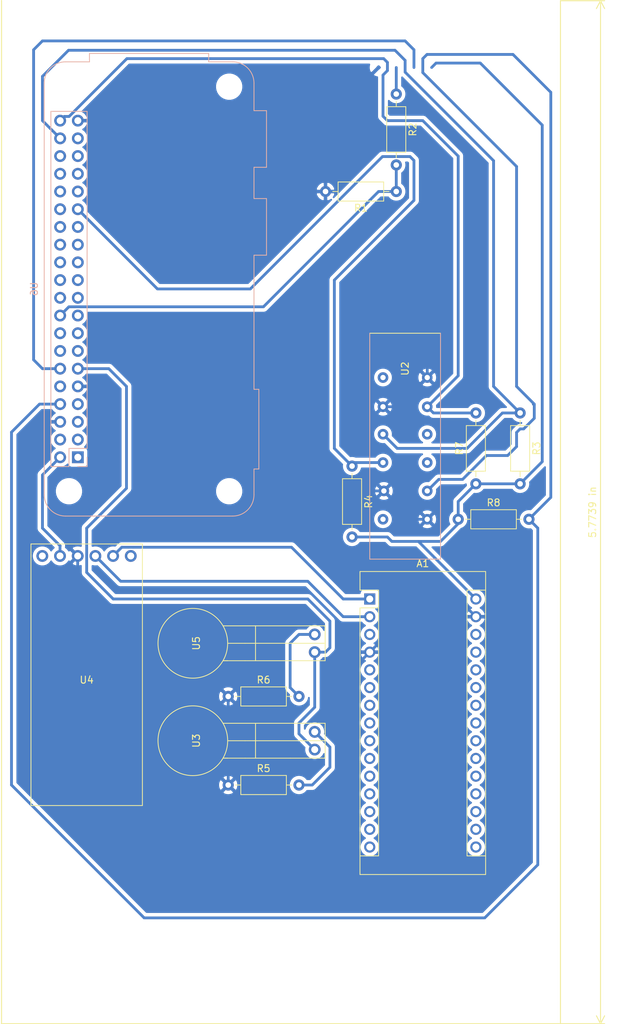
<source format=kicad_pcb>
(kicad_pcb (version 20171130) (host pcbnew "(5.1.6)-1")

  (general
    (thickness 1.6)
    (drawings 4)
    (tracks 186)
    (zones 0)
    (modules 14)
    (nets 75)
  )

  (page A4 portrait)
  (title_block
    (title "Vibrador Arduino por Bluetooth")
    (date 2020-04-06)
    (rev "CARRO, Nahuel ")
    (company "Ojo de Van Gogh")
    (comment 1 "Debe fabricarse en un PCB Flexible")
    (comment 2 "Se utiliza en la muñeca del usuario")
  )

  (layers
    (0 F.Cu signal)
    (31 B.Cu signal)
    (32 B.Adhes user)
    (33 F.Adhes user)
    (34 B.Paste user)
    (35 F.Paste user)
    (36 B.SilkS user)
    (37 F.SilkS user)
    (38 B.Mask user)
    (39 F.Mask user)
    (40 Dwgs.User user)
    (41 Cmts.User user)
    (42 Eco1.User user)
    (43 Eco2.User user)
    (44 Edge.Cuts user)
    (45 Margin user)
    (46 B.CrtYd user)
    (47 F.CrtYd user)
    (48 B.Fab user)
    (49 F.Fab user)
  )

  (setup
    (last_trace_width 0.25)
    (user_trace_width 0.4)
    (user_trace_width 0.6)
    (trace_clearance 0.2)
    (zone_clearance 0.508)
    (zone_45_only no)
    (trace_min 0.2)
    (via_size 0.8)
    (via_drill 0.4)
    (via_min_size 0.4)
    (via_min_drill 0.3)
    (uvia_size 0.3)
    (uvia_drill 0.1)
    (uvias_allowed no)
    (uvia_min_size 0.2)
    (uvia_min_drill 0.1)
    (edge_width 0.1)
    (segment_width 0.2)
    (pcb_text_width 0.3)
    (pcb_text_size 1.5 1.5)
    (mod_edge_width 0.15)
    (mod_text_size 1 1)
    (mod_text_width 0.15)
    (pad_size 1.7 1.7)
    (pad_drill 1)
    (pad_to_mask_clearance 0)
    (aux_axis_origin 0 0)
    (visible_elements 7FFFFFFF)
    (pcbplotparams
      (layerselection 0x00000_fffffffe)
      (usegerberextensions false)
      (usegerberattributes false)
      (usegerberadvancedattributes false)
      (creategerberjobfile false)
      (excludeedgelayer true)
      (linewidth 0.100000)
      (plotframeref false)
      (viasonmask false)
      (mode 1)
      (useauxorigin false)
      (hpglpennumber 1)
      (hpglpenspeed 20)
      (hpglpendiameter 15.000000)
      (psnegative false)
      (psa4output false)
      (plotreference true)
      (plotvalue true)
      (plotinvisibletext false)
      (padsonsilk false)
      (subtractmaskfromsilk false)
      (outputformat 4)
      (mirror false)
      (drillshape 0)
      (scaleselection 1)
      (outputdirectory ""))
  )

  (net 0 "")
  (net 1 RX)
  (net 2 TX)
  (net 3 "Net-(U4-Pad1)")
  (net 4 "Net-(U4-Pad6)")
  (net 5 "Net-(U6-Pad3)")
  (net 6 "Net-(U6-Pad15)")
  (net 7 "Net-(U6-Pad4)")
  (net 8 "Net-(U6-Pad5)")
  (net 9 "Net-(U6-Pad1)")
  (net 10 "Net-(U6-Pad23)")
  (net 11 "Net-(U6-Pad24)")
  (net 12 "Net-(U6-Pad27)")
  (net 13 "Net-(U6-Pad28)")
  (net 14 "Net-(U6-Pad13)")
  (net 15 "Net-(U6-Pad14)")
  (net 16 "Net-(U6-Pad19)")
  (net 17 "Net-(U6-Pad37)")
  (net 18 "Net-(U6-Pad34)")
  (net 19 "Net-(U6-Pad36)")
  (net 20 "Net-(U6-Pad17)")
  (net 21 "Net-(U6-Pad32)")
  (net 22 "Net-(U6-Pad7)")
  (net 23 "Net-(U6-Pad30)")
  (net 24 "Net-(U6-Pad21)")
  (net 25 "Net-(U6-Pad22)")
  (net 26 "Net-(U6-Pad25)")
  (net 27 "Net-(U6-Pad26)")
  (net 28 "Net-(A1-Pad16)")
  (net 29 "Net-(A1-Pad15)")
  (net 30 "Net-(A1-Pad28)")
  (net 31 "Net-(A1-Pad27)")
  (net 32 "Net-(A1-Pad11)")
  (net 33 "Net-(A1-Pad26)")
  (net 34 "Net-(A1-Pad10)")
  (net 35 "Net-(A1-Pad25)")
  (net 36 "Net-(A1-Pad9)")
  (net 37 "Net-(A1-Pad24)")
  (net 38 "Net-(A1-Pad8)")
  (net 39 "Net-(A1-Pad23)")
  (net 40 "Net-(A1-Pad7)")
  (net 41 "Net-(A1-Pad22)")
  (net 42 "Net-(A1-Pad21)")
  (net 43 "Net-(A1-Pad20)")
  (net 44 "Net-(A1-Pad19)")
  (net 45 "Net-(A1-Pad3)")
  (net 46 "Net-(A1-Pad18)")
  (net 47 "Net-(A1-Pad17)")
  (net 48 OUT+)
  (net 49 "Net-(A1-Pad14)")
  (net 50 "Net-(A1-Pad13)")
  (net 51 "Net-(R1-Pad1)")
  (net 52 OUT-)
  (net 53 GPIO5)
  (net 54 "Net-(R5-Pad2)")
  (net 55 "Net-(R6-Pad2)")
  (net 56 TRIG)
  (net 57 "Net-(U2-Pad1)")
  (net 58 "Net-(U2-Pad6)")
  (net 59 "Net-(U2-Pad8)")
  (net 60 "Net-(U2-Pad11)")
  (net 61 "Net-(A1-Pad5)")
  (net 62 "Net-(A1-Pad6)")
  (net 63 "Net-(A1-Pad12)")
  (net 64 "Net-(U6-Pad16)")
  (net 65 "Net-(U6-Pad10)")
  (net 66 Echo)
  (net 67 "Net-(U6-Pad20)")
  (net 68 BUZZER)
  (net 69 SWITCH-4P)
  (net 70 SWITCH-10P)
  (net 71 "Net-(U6-Pad33)")
  (net 72 SWITCH-5P)
  (net 73 "Net-(U6-Pad31)")
  (net 74 "Net-(U6-Pad35)")

  (net_class Default "Esta es la clase de red por defecto."
    (clearance 0.2)
    (trace_width 0.25)
    (via_dia 0.8)
    (via_drill 0.4)
    (uvia_dia 0.3)
    (uvia_drill 0.1)
    (add_net BUZZER)
    (add_net Echo)
    (add_net GPIO5)
    (add_net "Net-(A1-Pad10)")
    (add_net "Net-(A1-Pad11)")
    (add_net "Net-(A1-Pad12)")
    (add_net "Net-(A1-Pad13)")
    (add_net "Net-(A1-Pad14)")
    (add_net "Net-(A1-Pad15)")
    (add_net "Net-(A1-Pad16)")
    (add_net "Net-(A1-Pad17)")
    (add_net "Net-(A1-Pad18)")
    (add_net "Net-(A1-Pad19)")
    (add_net "Net-(A1-Pad20)")
    (add_net "Net-(A1-Pad21)")
    (add_net "Net-(A1-Pad22)")
    (add_net "Net-(A1-Pad23)")
    (add_net "Net-(A1-Pad24)")
    (add_net "Net-(A1-Pad25)")
    (add_net "Net-(A1-Pad26)")
    (add_net "Net-(A1-Pad27)")
    (add_net "Net-(A1-Pad28)")
    (add_net "Net-(A1-Pad3)")
    (add_net "Net-(A1-Pad5)")
    (add_net "Net-(A1-Pad6)")
    (add_net "Net-(A1-Pad7)")
    (add_net "Net-(A1-Pad8)")
    (add_net "Net-(A1-Pad9)")
    (add_net "Net-(R1-Pad1)")
    (add_net "Net-(R5-Pad2)")
    (add_net "Net-(R6-Pad2)")
    (add_net "Net-(U2-Pad1)")
    (add_net "Net-(U2-Pad11)")
    (add_net "Net-(U2-Pad6)")
    (add_net "Net-(U2-Pad8)")
    (add_net "Net-(U4-Pad1)")
    (add_net "Net-(U4-Pad6)")
    (add_net "Net-(U6-Pad1)")
    (add_net "Net-(U6-Pad10)")
    (add_net "Net-(U6-Pad13)")
    (add_net "Net-(U6-Pad14)")
    (add_net "Net-(U6-Pad15)")
    (add_net "Net-(U6-Pad16)")
    (add_net "Net-(U6-Pad17)")
    (add_net "Net-(U6-Pad19)")
    (add_net "Net-(U6-Pad20)")
    (add_net "Net-(U6-Pad21)")
    (add_net "Net-(U6-Pad22)")
    (add_net "Net-(U6-Pad23)")
    (add_net "Net-(U6-Pad24)")
    (add_net "Net-(U6-Pad25)")
    (add_net "Net-(U6-Pad26)")
    (add_net "Net-(U6-Pad27)")
    (add_net "Net-(U6-Pad28)")
    (add_net "Net-(U6-Pad3)")
    (add_net "Net-(U6-Pad30)")
    (add_net "Net-(U6-Pad31)")
    (add_net "Net-(U6-Pad32)")
    (add_net "Net-(U6-Pad33)")
    (add_net "Net-(U6-Pad34)")
    (add_net "Net-(U6-Pad35)")
    (add_net "Net-(U6-Pad36)")
    (add_net "Net-(U6-Pad37)")
    (add_net "Net-(U6-Pad4)")
    (add_net "Net-(U6-Pad5)")
    (add_net "Net-(U6-Pad7)")
    (add_net OUT+)
    (add_net OUT-)
    (add_net RX)
    (add_net SWITCH-10P)
    (add_net SWITCH-4P)
    (add_net SWITCH-5P)
    (add_net TRIG)
    (add_net TX)
  )

  (module Raspberry:Raspberry_Pi_Zero_Socketed_THT_FaceDown_MountingHoles (layer B.Cu) (tedit 5C6350CC) (tstamp 5F16FA9F)
    (at 66.294 114.3)
    (descr "Raspberry Pi Zero using through hole straight pin socket, 2x20, 2.54mm pitch, https://www.raspberrypi.org/documentation/hardware/raspberrypi/mechanical/rpi_MECH_Zero_1p2.pdf")
    (tags "raspberry pi zero through hole")
    (path /5E9167F3)
    (fp_text reference U6 (at -6.27 -24.13 -90) (layer B.SilkS)
      (effects (font (size 1 1) (thickness 0.15)) (justify mirror))
    )
    (fp_text value PiZeroW (at 10.23 -24.13) (layer B.Fab)
      (effects (font (size 1 1) (thickness 0.15)) (justify mirror))
    )
    (fp_line (start 25.29 1.68) (end 25.29 5.37) (layer B.SilkS) (width 0.12))
    (fp_line (start 25.99 1.68) (end 25.29 1.68) (layer B.SilkS) (width 0.12))
    (fp_line (start 25.99 -9.74) (end 25.99 1.68) (layer B.SilkS) (width 0.12))
    (fp_line (start 25.29 -9.74) (end 25.99 -9.74) (layer B.SilkS) (width 0.12))
    (fp_line (start 25.29 -28.97) (end 25.29 -9.74) (layer B.SilkS) (width 0.12))
    (fp_line (start 25.29 -41.57) (end 25.29 -37.09) (layer B.SilkS) (width 0.12))
    (fp_line (start 27.09 -37.09) (end 27.09 -28.97) (layer B.SilkS) (width 0.12))
    (fp_line (start 27.09 -28.97) (end 25.29 -28.97) (layer B.SilkS) (width 0.12))
    (fp_line (start 25.29 -37.09) (end 27.09 -37.09) (layer B.SilkS) (width 0.12))
    (fp_line (start 27.09 -41.57) (end 25.29 -41.57) (layer B.SilkS) (width 0.12))
    (fp_line (start 27.09 -49.69) (end 27.09 -41.57) (layer B.SilkS) (width 0.12))
    (fp_line (start 25.29 -49.69) (end 27.09 -49.69) (layer B.SilkS) (width 0.12))
    (fp_line (start 1.67 -56.69) (end -1.77 -56.69) (layer B.SilkS) (width 0.12))
    (fp_line (start 18.79 -57.89) (end 18.79 -56.69) (layer B.SilkS) (width 0.12))
    (fp_line (start 1.67 -57.89) (end 18.79 -57.89) (layer B.SilkS) (width 0.12))
    (fp_line (start 1.67 -56.69) (end 1.67 -57.89) (layer B.SilkS) (width 0.12))
    (fp_line (start 22.23 -56.63) (end 18.73 -56.63) (layer B.Fab) (width 0.1))
    (fp_line (start 18.73 -56.63) (end 18.73 -57.83) (layer B.Fab) (width 0.1))
    (fp_line (start 1.73 -57.83) (end 18.73 -57.83) (layer B.Fab) (width 0.1))
    (fp_line (start 1.73 -56.63) (end 1.73 -57.83) (layer B.Fab) (width 0.1))
    (fp_line (start 25.23 -29.03) (end 25.23 -9.68) (layer B.Fab) (width 0.1))
    (fp_line (start 25.23 -41.63) (end 25.23 -37.03) (layer B.Fab) (width 0.1))
    (fp_line (start 25.23 -49.63) (end 25.23 -53.63) (layer B.Fab) (width 0.1))
    (fp_line (start 27.03 -37.03) (end 27.03 -29.03) (layer B.Fab) (width 0.1))
    (fp_line (start 25.23 -37.03) (end 27.03 -37.03) (layer B.Fab) (width 0.1))
    (fp_line (start 27.03 -29.03) (end 25.23 -29.03) (layer B.Fab) (width 0.1))
    (fp_line (start -4.77 -53.63) (end -4.77 5.37) (layer B.Fab) (width 0.1))
    (fp_line (start -1.77 8.37) (end 22.23 8.37) (layer B.Fab) (width 0.1))
    (fp_line (start -1.77 -56.63) (end 1.73 -56.63) (layer B.Fab) (width 0.1))
    (fp_line (start -3.81 -49.53) (end -3.81 1.27) (layer B.Fab) (width 0.1))
    (fp_line (start 1.27 -49.53) (end -3.81 -49.53) (layer B.Fab) (width 0.1))
    (fp_line (start -3.87 1.33) (end -3.87 -49.59) (layer B.SilkS) (width 0.12))
    (fp_line (start -3.87 1.33) (end -1.27 1.33) (layer B.SilkS) (width 0.12))
    (fp_line (start 1.76 1.8) (end 1.76 -50) (layer B.CrtYd) (width 0.05))
    (fp_line (start -4.34 1.8) (end 1.76 1.8) (layer B.CrtYd) (width 0.05))
    (fp_line (start -4.34 -50) (end -4.34 1.8) (layer B.CrtYd) (width 0.05))
    (fp_line (start 1.76 -50) (end -4.34 -50) (layer B.CrtYd) (width 0.05))
    (fp_line (start -1.27 1.33) (end -1.27 -1.27) (layer B.SilkS) (width 0.12))
    (fp_line (start -1.27 -1.27) (end 1.33 -1.27) (layer B.SilkS) (width 0.12))
    (fp_line (start 0 1.33) (end 1.33 1.33) (layer B.SilkS) (width 0.12))
    (fp_line (start 1.33 1.33) (end 1.33 0) (layer B.SilkS) (width 0.12))
    (fp_line (start 1.33 -1.27) (end 1.33 -49.59) (layer B.SilkS) (width 0.12))
    (fp_line (start -3.87 -49.59) (end 1.33 -49.59) (layer B.SilkS) (width 0.12))
    (fp_line (start 0.27 1.27) (end 1.27 0.27) (layer B.Fab) (width 0.1))
    (fp_line (start -3.81 1.27) (end 0.27 1.27) (layer B.Fab) (width 0.1))
    (fp_line (start 1.27 0.27) (end 1.27 -49.53) (layer B.Fab) (width 0.1))
    (fp_line (start 18.79 -56.69) (end 22.23 -56.69) (layer B.SilkS) (width 0.12))
    (fp_line (start 25.29 -53.63) (end 25.29 -49.69) (layer B.SilkS) (width 0.12))
    (fp_line (start -1.77 8.43) (end 22.23 8.43) (layer B.SilkS) (width 0.12))
    (fp_line (start -4.83 -53.63) (end -4.83 5.37) (layer B.SilkS) (width 0.12))
    (fp_line (start 27.53 -50.13) (end 25.48 -50.13) (layer B.CrtYd) (width 0.05))
    (fp_line (start 27.53 -41.13) (end 25.48 -41.13) (layer B.CrtYd) (width 0.05))
    (fp_line (start 27.53 -50.13) (end 27.53 -41.13) (layer B.CrtYd) (width 0.05))
    (fp_line (start 27.53 -37.53) (end 25.48 -37.53) (layer B.CrtYd) (width 0.05))
    (fp_line (start 27.53 -37.53) (end 27.53 -28.53) (layer B.CrtYd) (width 0.05))
    (fp_line (start 27.53 -28.53) (end 25.48 -28.53) (layer B.CrtYd) (width 0.05))
    (fp_line (start 26.43 -10.18) (end 25.48 -10.18) (layer B.CrtYd) (width 0.05))
    (fp_line (start 26.43 2.12) (end 25.48 2.12) (layer B.CrtYd) (width 0.05))
    (fp_line (start 26.43 2.12) (end 26.43 -10.18) (layer B.CrtYd) (width 0.05))
    (fp_line (start 1.23 -58.33) (end 1.23 -56.88) (layer B.CrtYd) (width 0.05))
    (fp_line (start 19.23 -58.33) (end 19.23 -56.88) (layer B.CrtYd) (width 0.05))
    (fp_line (start 19.23 -58.33) (end 1.23 -58.33) (layer B.CrtYd) (width 0.05))
    (fp_line (start -5.02 -56.88) (end -5.02 8.62) (layer B.CrtYd) (width 0.05))
    (fp_line (start 25.48 -28.53) (end 25.48 -10.18) (layer B.CrtYd) (width 0.05))
    (fp_line (start -5.02 8.62) (end 25.48 8.62) (layer B.CrtYd) (width 0.05))
    (fp_line (start 25.48 2.12) (end 25.48 8.62) (layer B.CrtYd) (width 0.05))
    (fp_line (start 25.48 -37.53) (end 25.48 -41.13) (layer B.CrtYd) (width 0.05))
    (fp_line (start 25.48 -50.13) (end 25.48 -56.88) (layer B.CrtYd) (width 0.05))
    (fp_line (start -5.02 -56.88) (end 1.23 -56.88) (layer B.CrtYd) (width 0.05))
    (fp_line (start 19.23 -56.88) (end 25.48 -56.88) (layer B.CrtYd) (width 0.05))
    (fp_line (start 25.23 1.62) (end 25.93 1.62) (layer B.Fab) (width 0.1))
    (fp_line (start 25.23 -9.68) (end 25.93 -9.68) (layer B.Fab) (width 0.1))
    (fp_line (start 25.93 -9.68) (end 25.93 1.62) (layer B.Fab) (width 0.1))
    (fp_line (start 25.23 1.62) (end 25.23 5.37) (layer B.Fab) (width 0.1))
    (fp_line (start 25.23 -49.63) (end 27.03 -49.63) (layer B.Fab) (width 0.1))
    (fp_line (start 27.03 -49.63) (end 27.03 -41.63) (layer B.Fab) (width 0.1))
    (fp_line (start 27.03 -41.63) (end 25.23 -41.63) (layer B.Fab) (width 0.1))
    (fp_arc (start 22.23 5.37) (end 22.23 8.43) (angle -90) (layer B.SilkS) (width 0.12))
    (fp_arc (start 22.23 -53.63) (end 25.23 -53.63) (angle -90) (layer B.Fab) (width 0.1))
    (fp_arc (start -1.77 5.37) (end -4.83 5.37) (angle -90) (layer B.SilkS) (width 0.12))
    (fp_arc (start -1.77 -53.63) (end -1.77 -56.69) (angle -90) (layer B.SilkS) (width 0.12))
    (fp_arc (start 22.23 -53.63) (end 25.29 -53.63) (angle -90) (layer B.SilkS) (width 0.12))
    (fp_arc (start 22.23 5.37) (end 22.23 8.37) (angle -90) (layer B.Fab) (width 0.1))
    (fp_arc (start -1.77 5.37) (end -4.77 5.37) (angle -90) (layer B.Fab) (width 0.1))
    (fp_arc (start -1.77 -53.63) (end -1.77 -56.63) (angle -90) (layer B.Fab) (width 0.1))
    (fp_text user %R (at -1.27 -24.13 -90) (layer B.Fab)
      (effects (font (size 1 1) (thickness 0.15)) (justify mirror))
    )
    (pad 6 thru_hole oval (at -2.54 -5.08) (size 1.7 1.7) (drill 1) (layers *.Cu *.Mask)
      (net 52 OUT-))
    (pad 3 thru_hole oval (at 0 -2.54) (size 1.7 1.7) (drill 1) (layers *.Cu *.Mask)
      (net 5 "Net-(U6-Pad3)"))
    (pad 15 thru_hole oval (at 0 -17.78) (size 1.7 1.7) (drill 1) (layers *.Cu *.Mask)
      (net 6 "Net-(U6-Pad15)"))
    (pad 16 thru_hole oval (at -2.54 -17.78) (size 1.7 1.7) (drill 1) (layers *.Cu *.Mask)
      (net 64 "Net-(U6-Pad16)"))
    (pad 4 thru_hole oval (at -2.54 -2.54) (size 1.7 1.7) (drill 1) (layers *.Cu *.Mask)
      (net 7 "Net-(U6-Pad4)"))
    (pad 5 thru_hole oval (at 0 -5.08) (size 1.7 1.7) (drill 1) (layers *.Cu *.Mask)
      (net 8 "Net-(U6-Pad5)"))
    (pad 2 thru_hole oval (at -2.54 0) (size 1.7 1.7) (drill 1) (layers *.Cu *.Mask)
      (net 48 OUT+))
    (pad 1 thru_hole rect (at 0 0) (size 1.7 1.7) (drill 1) (layers *.Cu *.Mask)
      (net 9 "Net-(U6-Pad1)"))
    (pad 23 thru_hole oval (at 0 -27.94) (size 1.7 1.7) (drill 1) (layers *.Cu *.Mask)
      (net 10 "Net-(U6-Pad23)"))
    (pad 24 thru_hole oval (at -2.54 -27.94) (size 1.7 1.7) (drill 1) (layers *.Cu *.Mask)
      (net 11 "Net-(U6-Pad24)"))
    (pad 11 thru_hole oval (at 0 -12.7) (size 1.7 1.7) (drill 1) (layers *.Cu *.Mask)
      (net 68 BUZZER))
    (pad 12 thru_hole oval (at -2.54 -12.7) (size 1.7 1.7) (drill 1) (layers *.Cu *.Mask)
      (net 56 TRIG))
    (pad 27 thru_hole oval (at 0 -33.02) (size 1.7 1.7) (drill 1) (layers *.Cu *.Mask)
      (net 12 "Net-(U6-Pad27)"))
    (pad 28 thru_hole oval (at -2.54 -33.02) (size 1.7 1.7) (drill 1) (layers *.Cu *.Mask)
      (net 13 "Net-(U6-Pad28)"))
    (pad 13 thru_hole oval (at 0 -15.24) (size 1.7 1.7) (drill 1) (layers *.Cu *.Mask)
      (net 14 "Net-(U6-Pad13)"))
    (pad 14 thru_hole oval (at -2.54 -15.24) (size 1.7 1.7) (drill 1) (layers *.Cu *.Mask)
      (net 15 "Net-(U6-Pad14)"))
    (pad 9 thru_hole oval (at 0 -10.16) (size 1.7 1.7) (drill 1) (layers *.Cu *.Mask)
      (net 52 OUT-))
    (pad 10 thru_hole oval (at -2.54 -10.16) (size 1.7 1.7) (drill 1) (layers *.Cu *.Mask)
      (net 65 "Net-(U6-Pad10)"))
    (pad 19 thru_hole oval (at 0 -22.86) (size 1.7 1.7) (drill 1) (layers *.Cu *.Mask)
      (net 16 "Net-(U6-Pad19)"))
    (pad 20 thru_hole oval (at -2.54 -22.86) (size 1.7 1.7) (drill 1) (layers *.Cu *.Mask)
      (net 67 "Net-(U6-Pad20)"))
    (pad 37 thru_hole oval (at 0 -45.72) (size 1.7 1.7) (drill 1) (layers *.Cu *.Mask)
      (net 17 "Net-(U6-Pad37)"))
    (pad 38 thru_hole oval (at -2.54 -45.72) (size 1.7 1.7) (drill 1) (layers *.Cu *.Mask)
      (net 72 SWITCH-5P))
    (pad 33 thru_hole oval (at 0 -40.64) (size 1.7 1.7) (drill 1) (layers *.Cu *.Mask)
      (net 71 "Net-(U6-Pad33)"))
    (pad 34 thru_hole oval (at -2.54 -40.64) (size 1.7 1.7) (drill 1) (layers *.Cu *.Mask)
      (net 18 "Net-(U6-Pad34)"))
    (pad 35 thru_hole oval (at 0 -43.18) (size 1.7 1.7) (drill 1) (layers *.Cu *.Mask)
      (net 74 "Net-(U6-Pad35)"))
    (pad 36 thru_hole oval (at -2.54 -43.18) (size 1.7 1.7) (drill 1) (layers *.Cu *.Mask)
      (net 19 "Net-(U6-Pad36)"))
    (pad 17 thru_hole oval (at 0 -20.32) (size 1.7 1.7) (drill 1) (layers *.Cu *.Mask)
      (net 20 "Net-(U6-Pad17)"))
    (pad 18 thru_hole oval (at -2.54 -20.32) (size 1.7 1.7) (drill 1) (layers *.Cu *.Mask)
      (net 51 "Net-(R1-Pad1)"))
    (pad 31 thru_hole oval (at 0 -38.1) (size 1.7 1.7) (drill 1) (layers *.Cu *.Mask)
      (net 73 "Net-(U6-Pad31)"))
    (pad 32 thru_hole oval (at -2.54 -38.1) (size 1.7 1.7) (drill 1) (layers *.Cu *.Mask)
      (net 21 "Net-(U6-Pad32)"))
    (pad 7 thru_hole oval (at 0 -7.62) (size 1.7 1.7) (drill 1) (layers *.Cu *.Mask)
      (net 22 "Net-(U6-Pad7)"))
    (pad 8 thru_hole oval (at -2.54 -7.62) (size 1.7 1.7) (drill 1) (layers *.Cu *.Mask)
      (net 70 SWITCH-10P))
    (pad 29 thru_hole oval (at 0 -35.56) (size 1.7 1.7) (drill 1) (layers *.Cu *.Mask)
      (net 53 GPIO5))
    (pad 30 thru_hole oval (at -2.54 -35.56) (size 1.7 1.7) (drill 1) (layers *.Cu *.Mask)
      (net 23 "Net-(U6-Pad30)"))
    (pad 21 thru_hole oval (at 0 -25.4) (size 1.7 1.7) (drill 1) (layers *.Cu *.Mask)
      (net 24 "Net-(U6-Pad21)"))
    (pad 22 thru_hole oval (at -2.54 -25.4) (size 1.7 1.7) (drill 1) (layers *.Cu *.Mask)
      (net 25 "Net-(U6-Pad22)"))
    (pad 25 thru_hole oval (at 0 -30.48) (size 1.7 1.7) (drill 1) (layers *.Cu *.Mask)
      (net 26 "Net-(U6-Pad25)"))
    (pad 26 thru_hole oval (at -2.54 -30.48) (size 1.7 1.7) (drill 1) (layers *.Cu *.Mask)
      (net 27 "Net-(U6-Pad26)"))
    (pad 39 thru_hole oval (at 0 -48.26) (size 1.7 1.7) (drill 1) (layers *.Cu *.Mask)
      (net 52 OUT-))
    (pad 40 thru_hole oval (at -2.54 -48.26) (size 1.7 1.7) (drill 1) (layers *.Cu *.Mask)
      (net 69 SWITCH-4P))
    (pad "" np_thru_hole circle (at -1.27 4.87 270) (size 2.75 2.75) (drill 2.75) (layers *.Cu *.Mask)
      (solder_mask_margin 1.625))
    (pad "" np_thru_hole circle (at 21.73 -53.13 270) (size 2.75 2.75) (drill 2.75) (layers *.Cu *.Mask)
      (solder_mask_margin 1.625))
    (pad "" np_thru_hole circle (at 21.73 4.87 270) (size 2.75 2.75) (drill 2.75) (layers *.Cu *.Mask)
      (solder_mask_margin 1.625))
    (pad "" np_thru_hole circle (at -1.27 -53.13 270) (size 2.75 2.75) (drill 2.75) (layers *.Cu *.Mask)
      (solder_mask_margin 1.625))
    (model ${KISYS3DMOD}/Module.3dshapes/Raspberry_Pi_Zero_Socketed_THT_FaceDown_MountingHoles.wrl
      (at (xyz 0 0 0))
      (scale (xyz 1 1 1))
      (rotate (xyz -25 0 0))
    )
    (model C:/Users/matia/Documents/GitHub/ojo_de_van_gogh/placa_electronica/pcb_ojo_de_van_gogh/3d_model_huellas/raspberry-pi-zero-w/pi-zero.step
      (offset (xyz 25 8 -2))
      (scale (xyz 1 1 1))
      (rotate (xyz 180 0 90))
    )
  )

  (module VibradorPCB:HC-05 (layer F.Cu) (tedit 5E912887) (tstamp 5F16F853)
    (at 67.564 125.73 180)
    (path /5E6EC1C3)
    (fp_text reference U4 (at 0 -20.5) (layer F.SilkS)
      (effects (font (size 1 1) (thickness 0.15)))
    )
    (fp_text value HC-05 (at 0 -21.5) (layer F.Fab)
      (effects (font (size 1 1) (thickness 0.15)))
    )
    (fp_line (start -8 -38.5) (end -8 -1) (layer F.SilkS) (width 0.12))
    (fp_line (start 8 -38.5) (end -8 -38.5) (layer F.SilkS) (width 0.12))
    (fp_line (start 8 -1) (end 8 -38.5) (layer F.SilkS) (width 0.12))
    (fp_line (start -8 -1) (end 8 -1) (layer F.SilkS) (width 0.12))
    (pad 6 thru_hole circle (at -6.33 -2.72 180) (size 1.7 1.7) (drill 1) (layers *.Cu *.Mask)
      (net 4 "Net-(U4-Pad6)"))
    (pad 5 thru_hole circle (at -3.79 -2.72 180) (size 1.7 1.7) (drill 1) (layers *.Cu *.Mask)
      (net 1 RX))
    (pad 4 thru_hole circle (at -1.25 -2.72 180) (size 1.7 1.7) (drill 1) (layers *.Cu *.Mask)
      (net 2 TX))
    (pad 3 thru_hole circle (at 1.29 -2.72 180) (size 1.7 1.7) (drill 1) (layers *.Cu *.Mask)
      (net 52 OUT-))
    (pad 2 thru_hole circle (at 3.83 -2.72 180) (size 1.7 1.7) (drill 1) (layers *.Cu *.Mask)
      (net 48 OUT+))
    (pad 1 thru_hole circle (at 6.37 -2.72 180) (size 1.7 1.7) (drill 1) (layers *.Cu *.Mask)
      (net 3 "Net-(U4-Pad1)"))
    (model e
      (offset (xyz 0 1.5 -5))
      (scale (xyz 1 1.0001 1))
      (rotate (xyz 90 0 -90))
    )
    (model C:/Users/matia/Documents/GitHub/ojo_de_van_gogh/placa_electronica/pcb_ojo_de_van_gogh/3d_model_huellas/hc-series/HC-SERIES.stp
      (offset (xyz 0 0 3.5))
      (scale (xyz 1 1 1))
      (rotate (xyz -90 0 -90))
    )
  )

  (module devices:R_Axial_DIN0207_L6.3mm_D2.5mm_P10.16mm_Horizontal (layer F.Cu) (tedit 5AE5139B) (tstamp 5F16F81A)
    (at 112.014 76.2 180)
    (descr "Resistor, Axial_DIN0207 series, Axial, Horizontal, pin pitch=10.16mm, 0.25W = 1/4W, length*diameter=6.3*2.5mm^2, http://cdn-reichelt.de/documents/datenblatt/B400/1_4W%23YAG.pdf")
    (tags "Resistor Axial_DIN0207 series Axial Horizontal pin pitch 10.16mm 0.25W = 1/4W length 6.3mm diameter 2.5mm")
    (path /5F12F5BA)
    (fp_text reference R1 (at 5.08 -2.37) (layer F.SilkS)
      (effects (font (size 1 1) (thickness 0.15)))
    )
    (fp_text value 470 (at 5.08 2.37) (layer F.Fab)
      (effects (font (size 1 1) (thickness 0.15)))
    )
    (fp_line (start 11.21 -1.5) (end -1.05 -1.5) (layer F.CrtYd) (width 0.05))
    (fp_line (start 11.21 1.5) (end 11.21 -1.5) (layer F.CrtYd) (width 0.05))
    (fp_line (start -1.05 1.5) (end 11.21 1.5) (layer F.CrtYd) (width 0.05))
    (fp_line (start -1.05 -1.5) (end -1.05 1.5) (layer F.CrtYd) (width 0.05))
    (fp_line (start 9.12 0) (end 8.35 0) (layer F.SilkS) (width 0.12))
    (fp_line (start 1.04 0) (end 1.81 0) (layer F.SilkS) (width 0.12))
    (fp_line (start 8.35 -1.37) (end 1.81 -1.37) (layer F.SilkS) (width 0.12))
    (fp_line (start 8.35 1.37) (end 8.35 -1.37) (layer F.SilkS) (width 0.12))
    (fp_line (start 1.81 1.37) (end 8.35 1.37) (layer F.SilkS) (width 0.12))
    (fp_line (start 1.81 -1.37) (end 1.81 1.37) (layer F.SilkS) (width 0.12))
    (fp_line (start 10.16 0) (end 8.23 0) (layer F.Fab) (width 0.1))
    (fp_line (start 0 0) (end 1.93 0) (layer F.Fab) (width 0.1))
    (fp_line (start 8.23 -1.25) (end 1.93 -1.25) (layer F.Fab) (width 0.1))
    (fp_line (start 8.23 1.25) (end 8.23 -1.25) (layer F.Fab) (width 0.1))
    (fp_line (start 1.93 1.25) (end 8.23 1.25) (layer F.Fab) (width 0.1))
    (fp_line (start 1.93 -1.25) (end 1.93 1.25) (layer F.Fab) (width 0.1))
    (fp_text user %R (at 5.08 0) (layer F.Fab)
      (effects (font (size 1 1) (thickness 0.15)))
    )
    (pad 1 thru_hole circle (at 0 0 180) (size 1.6 1.6) (drill 0.8) (layers *.Cu *.Mask)
      (net 51 "Net-(R1-Pad1)"))
    (pad 2 thru_hole oval (at 10.16 0 180) (size 1.6 1.6) (drill 0.8) (layers *.Cu *.Mask)
      (net 52 OUT-))
    (model ${KISYS3DMOD}/Resistor_THT.3dshapes/R_Axial_DIN0207_L6.3mm_D2.5mm_P10.16mm_Horizontal.wrl
      (at (xyz 0 0 0))
      (scale (xyz 1 1 1))
      (rotate (xyz 0 0 0))
    )
  )

  (module devices:R_Axial_DIN0207_L6.3mm_D2.5mm_P10.16mm_Horizontal (layer F.Cu) (tedit 5AE5139B) (tstamp 5F16F8E6)
    (at 112.014 62.23 270)
    (descr "Resistor, Axial_DIN0207 series, Axial, Horizontal, pin pitch=10.16mm, 0.25W = 1/4W, length*diameter=6.3*2.5mm^2, http://cdn-reichelt.de/documents/datenblatt/B400/1_4W%23YAG.pdf")
    (tags "Resistor Axial_DIN0207 series Axial Horizontal pin pitch 10.16mm 0.25W = 1/4W length 6.3mm diameter 2.5mm")
    (path /5F12598C)
    (fp_text reference R2 (at 5.08 -2.37 90) (layer F.SilkS)
      (effects (font (size 1 1) (thickness 0.15)))
    )
    (fp_text value 330 (at 5.08 2.37 90) (layer F.Fab)
      (effects (font (size 1 1) (thickness 0.15)))
    )
    (fp_line (start 1.93 -1.25) (end 1.93 1.25) (layer F.Fab) (width 0.1))
    (fp_line (start 1.93 1.25) (end 8.23 1.25) (layer F.Fab) (width 0.1))
    (fp_line (start 8.23 1.25) (end 8.23 -1.25) (layer F.Fab) (width 0.1))
    (fp_line (start 8.23 -1.25) (end 1.93 -1.25) (layer F.Fab) (width 0.1))
    (fp_line (start 0 0) (end 1.93 0) (layer F.Fab) (width 0.1))
    (fp_line (start 10.16 0) (end 8.23 0) (layer F.Fab) (width 0.1))
    (fp_line (start 1.81 -1.37) (end 1.81 1.37) (layer F.SilkS) (width 0.12))
    (fp_line (start 1.81 1.37) (end 8.35 1.37) (layer F.SilkS) (width 0.12))
    (fp_line (start 8.35 1.37) (end 8.35 -1.37) (layer F.SilkS) (width 0.12))
    (fp_line (start 8.35 -1.37) (end 1.81 -1.37) (layer F.SilkS) (width 0.12))
    (fp_line (start 1.04 0) (end 1.81 0) (layer F.SilkS) (width 0.12))
    (fp_line (start 9.12 0) (end 8.35 0) (layer F.SilkS) (width 0.12))
    (fp_line (start -1.05 -1.5) (end -1.05 1.5) (layer F.CrtYd) (width 0.05))
    (fp_line (start -1.05 1.5) (end 11.21 1.5) (layer F.CrtYd) (width 0.05))
    (fp_line (start 11.21 1.5) (end 11.21 -1.5) (layer F.CrtYd) (width 0.05))
    (fp_line (start 11.21 -1.5) (end -1.05 -1.5) (layer F.CrtYd) (width 0.05))
    (fp_text user %R (at 5.08 0 90) (layer F.Fab)
      (effects (font (size 1 1) (thickness 0.15)))
    )
    (pad 2 thru_hole oval (at 10.16 0 270) (size 1.6 1.6) (drill 0.8) (layers *.Cu *.Mask)
      (net 51 "Net-(R1-Pad1)"))
    (pad 1 thru_hole circle (at 0 0 270) (size 1.6 1.6) (drill 0.8) (layers *.Cu *.Mask)
      (net 66 Echo))
    (model ${KISYS3DMOD}/Resistor_THT.3dshapes/R_Axial_DIN0207_L6.3mm_D2.5mm_P10.16mm_Horizontal.wrl
      (at (xyz 0 0 0))
      (scale (xyz 1 1 1))
      (rotate (xyz 0 0 0))
    )
  )

  (module devices:R_Axial_DIN0207_L6.3mm_D2.5mm_P10.16mm_Horizontal (layer F.Cu) (tedit 5AE5139B) (tstamp 5F16F9EE)
    (at 129.794 107.95 270)
    (descr "Resistor, Axial_DIN0207 series, Axial, Horizontal, pin pitch=10.16mm, 0.25W = 1/4W, length*diameter=6.3*2.5mm^2, http://cdn-reichelt.de/documents/datenblatt/B400/1_4W%23YAG.pdf")
    (tags "Resistor Axial_DIN0207 series Axial Horizontal pin pitch 10.16mm 0.25W = 1/4W length 6.3mm diameter 2.5mm")
    (path /5F14E26A)
    (fp_text reference R3 (at 5.08 -2.37 90) (layer F.SilkS)
      (effects (font (size 1 1) (thickness 0.15)))
    )
    (fp_text value 10K (at 5.08 2.37 90) (layer F.Fab)
      (effects (font (size 1 1) (thickness 0.15)))
    )
    (fp_line (start 1.93 -1.25) (end 1.93 1.25) (layer F.Fab) (width 0.1))
    (fp_line (start 1.93 1.25) (end 8.23 1.25) (layer F.Fab) (width 0.1))
    (fp_line (start 8.23 1.25) (end 8.23 -1.25) (layer F.Fab) (width 0.1))
    (fp_line (start 8.23 -1.25) (end 1.93 -1.25) (layer F.Fab) (width 0.1))
    (fp_line (start 0 0) (end 1.93 0) (layer F.Fab) (width 0.1))
    (fp_line (start 10.16 0) (end 8.23 0) (layer F.Fab) (width 0.1))
    (fp_line (start 1.81 -1.37) (end 1.81 1.37) (layer F.SilkS) (width 0.12))
    (fp_line (start 1.81 1.37) (end 8.35 1.37) (layer F.SilkS) (width 0.12))
    (fp_line (start 8.35 1.37) (end 8.35 -1.37) (layer F.SilkS) (width 0.12))
    (fp_line (start 8.35 -1.37) (end 1.81 -1.37) (layer F.SilkS) (width 0.12))
    (fp_line (start 1.04 0) (end 1.81 0) (layer F.SilkS) (width 0.12))
    (fp_line (start 9.12 0) (end 8.35 0) (layer F.SilkS) (width 0.12))
    (fp_line (start -1.05 -1.5) (end -1.05 1.5) (layer F.CrtYd) (width 0.05))
    (fp_line (start -1.05 1.5) (end 11.21 1.5) (layer F.CrtYd) (width 0.05))
    (fp_line (start 11.21 1.5) (end 11.21 -1.5) (layer F.CrtYd) (width 0.05))
    (fp_line (start 11.21 -1.5) (end -1.05 -1.5) (layer F.CrtYd) (width 0.05))
    (fp_text user %R (at 5.08 0 90) (layer F.Fab)
      (effects (font (size 1 1) (thickness 0.15)))
    )
    (pad 2 thru_hole oval (at 10.16 0 270) (size 1.6 1.6) (drill 0.8) (layers *.Cu *.Mask)
      (net 48 OUT+))
    (pad 1 thru_hole circle (at 0 0 270) (size 1.6 1.6) (drill 0.8) (layers *.Cu *.Mask)
      (net 72 SWITCH-5P))
    (model ${KISYS3DMOD}/Resistor_THT.3dshapes/R_Axial_DIN0207_L6.3mm_D2.5mm_P10.16mm_Horizontal.wrl
      (at (xyz 0 0 0))
      (scale (xyz 1 1 1))
      (rotate (xyz 0 0 0))
    )
  )

  (module devices:R_Axial_DIN0207_L6.3mm_D2.5mm_P10.16mm_Horizontal (layer F.Cu) (tedit 5AE5139B) (tstamp 5F16F9AC)
    (at 105.664 115.57 270)
    (descr "Resistor, Axial_DIN0207 series, Axial, Horizontal, pin pitch=10.16mm, 0.25W = 1/4W, length*diameter=6.3*2.5mm^2, http://cdn-reichelt.de/documents/datenblatt/B400/1_4W%23YAG.pdf")
    (tags "Resistor Axial_DIN0207 series Axial Horizontal pin pitch 10.16mm 0.25W = 1/4W length 6.3mm diameter 2.5mm")
    (path /5F14E782)
    (fp_text reference R4 (at 5.08 -2.37 90) (layer F.SilkS)
      (effects (font (size 1 1) (thickness 0.15)))
    )
    (fp_text value 10K (at 5.08 2.37 90) (layer F.Fab)
      (effects (font (size 1 1) (thickness 0.15)))
    )
    (fp_line (start 11.21 -1.5) (end -1.05 -1.5) (layer F.CrtYd) (width 0.05))
    (fp_line (start 11.21 1.5) (end 11.21 -1.5) (layer F.CrtYd) (width 0.05))
    (fp_line (start -1.05 1.5) (end 11.21 1.5) (layer F.CrtYd) (width 0.05))
    (fp_line (start -1.05 -1.5) (end -1.05 1.5) (layer F.CrtYd) (width 0.05))
    (fp_line (start 9.12 0) (end 8.35 0) (layer F.SilkS) (width 0.12))
    (fp_line (start 1.04 0) (end 1.81 0) (layer F.SilkS) (width 0.12))
    (fp_line (start 8.35 -1.37) (end 1.81 -1.37) (layer F.SilkS) (width 0.12))
    (fp_line (start 8.35 1.37) (end 8.35 -1.37) (layer F.SilkS) (width 0.12))
    (fp_line (start 1.81 1.37) (end 8.35 1.37) (layer F.SilkS) (width 0.12))
    (fp_line (start 1.81 -1.37) (end 1.81 1.37) (layer F.SilkS) (width 0.12))
    (fp_line (start 10.16 0) (end 8.23 0) (layer F.Fab) (width 0.1))
    (fp_line (start 0 0) (end 1.93 0) (layer F.Fab) (width 0.1))
    (fp_line (start 8.23 -1.25) (end 1.93 -1.25) (layer F.Fab) (width 0.1))
    (fp_line (start 8.23 1.25) (end 8.23 -1.25) (layer F.Fab) (width 0.1))
    (fp_line (start 1.93 1.25) (end 8.23 1.25) (layer F.Fab) (width 0.1))
    (fp_line (start 1.93 -1.25) (end 1.93 1.25) (layer F.Fab) (width 0.1))
    (fp_text user %R (at 5.08 0 90) (layer F.Fab)
      (effects (font (size 1 1) (thickness 0.15)))
    )
    (pad 1 thru_hole circle (at 0 0 270) (size 1.6 1.6) (drill 0.8) (layers *.Cu *.Mask)
      (net 53 GPIO5))
    (pad 2 thru_hole oval (at 10.16 0 270) (size 1.6 1.6) (drill 0.8) (layers *.Cu *.Mask)
      (net 48 OUT+))
    (model ${KISYS3DMOD}/Resistor_THT.3dshapes/R_Axial_DIN0207_L6.3mm_D2.5mm_P10.16mm_Horizontal.wrl
      (at (xyz 0 0 0))
      (scale (xyz 1 1 1))
      (rotate (xyz 0 0 0))
    )
  )

  (module devices:R_Axial_DIN0207_L6.3mm_D2.5mm_P10.16mm_Horizontal (layer F.Cu) (tedit 5AE5139B) (tstamp 5F16F96A)
    (at 87.884 161.29)
    (descr "Resistor, Axial_DIN0207 series, Axial, Horizontal, pin pitch=10.16mm, 0.25W = 1/4W, length*diameter=6.3*2.5mm^2, http://cdn-reichelt.de/documents/datenblatt/B400/1_4W%23YAG.pdf")
    (tags "Resistor Axial_DIN0207 series Axial Horizontal pin pitch 10.16mm 0.25W = 1/4W length 6.3mm diameter 2.5mm")
    (path /5F1677D6)
    (fp_text reference R5 (at 5.08 -2.37) (layer F.SilkS)
      (effects (font (size 1 1) (thickness 0.15)))
    )
    (fp_text value 100 (at 5.08 2.37) (layer F.Fab)
      (effects (font (size 1 1) (thickness 0.15)))
    )
    (fp_line (start 1.93 -1.25) (end 1.93 1.25) (layer F.Fab) (width 0.1))
    (fp_line (start 1.93 1.25) (end 8.23 1.25) (layer F.Fab) (width 0.1))
    (fp_line (start 8.23 1.25) (end 8.23 -1.25) (layer F.Fab) (width 0.1))
    (fp_line (start 8.23 -1.25) (end 1.93 -1.25) (layer F.Fab) (width 0.1))
    (fp_line (start 0 0) (end 1.93 0) (layer F.Fab) (width 0.1))
    (fp_line (start 10.16 0) (end 8.23 0) (layer F.Fab) (width 0.1))
    (fp_line (start 1.81 -1.37) (end 1.81 1.37) (layer F.SilkS) (width 0.12))
    (fp_line (start 1.81 1.37) (end 8.35 1.37) (layer F.SilkS) (width 0.12))
    (fp_line (start 8.35 1.37) (end 8.35 -1.37) (layer F.SilkS) (width 0.12))
    (fp_line (start 8.35 -1.37) (end 1.81 -1.37) (layer F.SilkS) (width 0.12))
    (fp_line (start 1.04 0) (end 1.81 0) (layer F.SilkS) (width 0.12))
    (fp_line (start 9.12 0) (end 8.35 0) (layer F.SilkS) (width 0.12))
    (fp_line (start -1.05 -1.5) (end -1.05 1.5) (layer F.CrtYd) (width 0.05))
    (fp_line (start -1.05 1.5) (end 11.21 1.5) (layer F.CrtYd) (width 0.05))
    (fp_line (start 11.21 1.5) (end 11.21 -1.5) (layer F.CrtYd) (width 0.05))
    (fp_line (start 11.21 -1.5) (end -1.05 -1.5) (layer F.CrtYd) (width 0.05))
    (fp_text user %R (at 5.08 0 180) (layer F.Fab)
      (effects (font (size 1 1) (thickness 0.15)))
    )
    (pad 2 thru_hole oval (at 10.16 0) (size 1.6 1.6) (drill 0.8) (layers *.Cu *.Mask)
      (net 54 "Net-(R5-Pad2)"))
    (pad 1 thru_hole circle (at 0 0) (size 1.6 1.6) (drill 0.8) (layers *.Cu *.Mask)
      (net 52 OUT-))
    (model ${KISYS3DMOD}/Resistor_THT.3dshapes/R_Axial_DIN0207_L6.3mm_D2.5mm_P10.16mm_Horizontal.wrl
      (at (xyz 0 0 0))
      (scale (xyz 1 1 1))
      (rotate (xyz 0 0 0))
    )
  )

  (module devices:R_Axial_DIN0207_L6.3mm_D2.5mm_P10.16mm_Horizontal (layer F.Cu) (tedit 5AE5139B) (tstamp 5F16F7D8)
    (at 87.884 148.59)
    (descr "Resistor, Axial_DIN0207 series, Axial, Horizontal, pin pitch=10.16mm, 0.25W = 1/4W, length*diameter=6.3*2.5mm^2, http://cdn-reichelt.de/documents/datenblatt/B400/1_4W%23YAG.pdf")
    (tags "Resistor Axial_DIN0207 series Axial Horizontal pin pitch 10.16mm 0.25W = 1/4W length 6.3mm diameter 2.5mm")
    (path /5F166DD1)
    (fp_text reference R6 (at 5.08 -2.37) (layer F.SilkS)
      (effects (font (size 1 1) (thickness 0.15)))
    )
    (fp_text value 100 (at 5.08 2.37) (layer F.Fab)
      (effects (font (size 1 1) (thickness 0.15)))
    )
    (fp_line (start 11.21 -1.5) (end -1.05 -1.5) (layer F.CrtYd) (width 0.05))
    (fp_line (start 11.21 1.5) (end 11.21 -1.5) (layer F.CrtYd) (width 0.05))
    (fp_line (start -1.05 1.5) (end 11.21 1.5) (layer F.CrtYd) (width 0.05))
    (fp_line (start -1.05 -1.5) (end -1.05 1.5) (layer F.CrtYd) (width 0.05))
    (fp_line (start 9.12 0) (end 8.35 0) (layer F.SilkS) (width 0.12))
    (fp_line (start 1.04 0) (end 1.81 0) (layer F.SilkS) (width 0.12))
    (fp_line (start 8.35 -1.37) (end 1.81 -1.37) (layer F.SilkS) (width 0.12))
    (fp_line (start 8.35 1.37) (end 8.35 -1.37) (layer F.SilkS) (width 0.12))
    (fp_line (start 1.81 1.37) (end 8.35 1.37) (layer F.SilkS) (width 0.12))
    (fp_line (start 1.81 -1.37) (end 1.81 1.37) (layer F.SilkS) (width 0.12))
    (fp_line (start 10.16 0) (end 8.23 0) (layer F.Fab) (width 0.1))
    (fp_line (start 0 0) (end 1.93 0) (layer F.Fab) (width 0.1))
    (fp_line (start 8.23 -1.25) (end 1.93 -1.25) (layer F.Fab) (width 0.1))
    (fp_line (start 8.23 1.25) (end 8.23 -1.25) (layer F.Fab) (width 0.1))
    (fp_line (start 1.93 1.25) (end 8.23 1.25) (layer F.Fab) (width 0.1))
    (fp_line (start 1.93 -1.25) (end 1.93 1.25) (layer F.Fab) (width 0.1))
    (fp_text user %R (at 5.08 0) (layer F.Fab)
      (effects (font (size 1 1) (thickness 0.15)))
    )
    (pad 1 thru_hole circle (at 0 0) (size 1.6 1.6) (drill 0.8) (layers *.Cu *.Mask)
      (net 52 OUT-))
    (pad 2 thru_hole oval (at 10.16 0) (size 1.6 1.6) (drill 0.8) (layers *.Cu *.Mask)
      (net 55 "Net-(R6-Pad2)"))
    (model ${KISYS3DMOD}/Resistor_THT.3dshapes/R_Axial_DIN0207_L6.3mm_D2.5mm_P10.16mm_Horizontal.wrl
      (at (xyz 0 0 0))
      (scale (xyz 1 1 1))
      (rotate (xyz 0 0 0))
    )
  )

  (module devices:R_Axial_DIN0207_L6.3mm_D2.5mm_P10.16mm_Horizontal (layer F.Cu) (tedit 5AE5139B) (tstamp 5F16F928)
    (at 123.444 118.11 90)
    (descr "Resistor, Axial_DIN0207 series, Axial, Horizontal, pin pitch=10.16mm, 0.25W = 1/4W, length*diameter=6.3*2.5mm^2, http://cdn-reichelt.de/documents/datenblatt/B400/1_4W%23YAG.pdf")
    (tags "Resistor Axial_DIN0207 series Axial Horizontal pin pitch 10.16mm 0.25W = 1/4W length 6.3mm diameter 2.5mm")
    (path /5F14B51D)
    (fp_text reference R7 (at 5.08 -2.37 90) (layer F.SilkS)
      (effects (font (size 1 1) (thickness 0.15)))
    )
    (fp_text value 10K (at 5.08 2.37 90) (layer F.Fab)
      (effects (font (size 1 1) (thickness 0.15)))
    )
    (fp_line (start 11.21 -1.5) (end -1.05 -1.5) (layer F.CrtYd) (width 0.05))
    (fp_line (start 11.21 1.5) (end 11.21 -1.5) (layer F.CrtYd) (width 0.05))
    (fp_line (start -1.05 1.5) (end 11.21 1.5) (layer F.CrtYd) (width 0.05))
    (fp_line (start -1.05 -1.5) (end -1.05 1.5) (layer F.CrtYd) (width 0.05))
    (fp_line (start 9.12 0) (end 8.35 0) (layer F.SilkS) (width 0.12))
    (fp_line (start 1.04 0) (end 1.81 0) (layer F.SilkS) (width 0.12))
    (fp_line (start 8.35 -1.37) (end 1.81 -1.37) (layer F.SilkS) (width 0.12))
    (fp_line (start 8.35 1.37) (end 8.35 -1.37) (layer F.SilkS) (width 0.12))
    (fp_line (start 1.81 1.37) (end 8.35 1.37) (layer F.SilkS) (width 0.12))
    (fp_line (start 1.81 -1.37) (end 1.81 1.37) (layer F.SilkS) (width 0.12))
    (fp_line (start 10.16 0) (end 8.23 0) (layer F.Fab) (width 0.1))
    (fp_line (start 0 0) (end 1.93 0) (layer F.Fab) (width 0.1))
    (fp_line (start 8.23 -1.25) (end 1.93 -1.25) (layer F.Fab) (width 0.1))
    (fp_line (start 8.23 1.25) (end 8.23 -1.25) (layer F.Fab) (width 0.1))
    (fp_line (start 1.93 1.25) (end 8.23 1.25) (layer F.Fab) (width 0.1))
    (fp_line (start 1.93 -1.25) (end 1.93 1.25) (layer F.Fab) (width 0.1))
    (fp_text user %R (at 5.08 0 90) (layer F.Fab)
      (effects (font (size 1 1) (thickness 0.15)))
    )
    (pad 1 thru_hole circle (at 0 0 90) (size 1.6 1.6) (drill 0.8) (layers *.Cu *.Mask)
      (net 48 OUT+))
    (pad 2 thru_hole oval (at 10.16 0 90) (size 1.6 1.6) (drill 0.8) (layers *.Cu *.Mask)
      (net 69 SWITCH-4P))
    (model ${KISYS3DMOD}/Resistor_THT.3dshapes/R_Axial_DIN0207_L6.3mm_D2.5mm_P10.16mm_Horizontal.wrl
      (at (xyz 0 0 0))
      (scale (xyz 1 1 1))
      (rotate (xyz 0 0 0))
    )
  )

  (module devices:R_Axial_DIN0207_L6.3mm_D2.5mm_P10.16mm_Horizontal (layer F.Cu) (tedit 5AE5139B) (tstamp 5F16F8A4)
    (at 120.904 123.19)
    (descr "Resistor, Axial_DIN0207 series, Axial, Horizontal, pin pitch=10.16mm, 0.25W = 1/4W, length*diameter=6.3*2.5mm^2, http://cdn-reichelt.de/documents/datenblatt/B400/1_4W%23YAG.pdf")
    (tags "Resistor Axial_DIN0207 series Axial Horizontal pin pitch 10.16mm 0.25W = 1/4W length 6.3mm diameter 2.5mm")
    (path /5F154336)
    (fp_text reference R8 (at 5.08 -2.37) (layer F.SilkS)
      (effects (font (size 1 1) (thickness 0.15)))
    )
    (fp_text value 10K (at 5.08 2.37) (layer F.Fab)
      (effects (font (size 1 1) (thickness 0.15)))
    )
    (fp_line (start 1.93 -1.25) (end 1.93 1.25) (layer F.Fab) (width 0.1))
    (fp_line (start 1.93 1.25) (end 8.23 1.25) (layer F.Fab) (width 0.1))
    (fp_line (start 8.23 1.25) (end 8.23 -1.25) (layer F.Fab) (width 0.1))
    (fp_line (start 8.23 -1.25) (end 1.93 -1.25) (layer F.Fab) (width 0.1))
    (fp_line (start 0 0) (end 1.93 0) (layer F.Fab) (width 0.1))
    (fp_line (start 10.16 0) (end 8.23 0) (layer F.Fab) (width 0.1))
    (fp_line (start 1.81 -1.37) (end 1.81 1.37) (layer F.SilkS) (width 0.12))
    (fp_line (start 1.81 1.37) (end 8.35 1.37) (layer F.SilkS) (width 0.12))
    (fp_line (start 8.35 1.37) (end 8.35 -1.37) (layer F.SilkS) (width 0.12))
    (fp_line (start 8.35 -1.37) (end 1.81 -1.37) (layer F.SilkS) (width 0.12))
    (fp_line (start 1.04 0) (end 1.81 0) (layer F.SilkS) (width 0.12))
    (fp_line (start 9.12 0) (end 8.35 0) (layer F.SilkS) (width 0.12))
    (fp_line (start -1.05 -1.5) (end -1.05 1.5) (layer F.CrtYd) (width 0.05))
    (fp_line (start -1.05 1.5) (end 11.21 1.5) (layer F.CrtYd) (width 0.05))
    (fp_line (start 11.21 1.5) (end 11.21 -1.5) (layer F.CrtYd) (width 0.05))
    (fp_line (start 11.21 -1.5) (end -1.05 -1.5) (layer F.CrtYd) (width 0.05))
    (fp_text user %R (at 5.08 0) (layer F.Fab)
      (effects (font (size 1 1) (thickness 0.15)))
    )
    (pad 2 thru_hole oval (at 10.16 0) (size 1.6 1.6) (drill 0.8) (layers *.Cu *.Mask)
      (net 70 SWITCH-10P))
    (pad 1 thru_hole circle (at 0 0) (size 1.6 1.6) (drill 0.8) (layers *.Cu *.Mask)
      (net 48 OUT+))
    (model ${KISYS3DMOD}/Resistor_THT.3dshapes/R_Axial_DIN0207_L6.3mm_D2.5mm_P10.16mm_Horizontal.wrl
      (at (xyz 0 0 0))
      (scale (xyz 1 1 1))
      (rotate (xyz 0 0 0))
    )
  )

  (module VibradorPCB:Switch_4_posiciones (layer F.Cu) (tedit 5F1104D8) (tstamp 5F16F79C)
    (at 113.284 102.87)
    (path /5F14136B)
    (fp_text reference U2 (at 0 -1.27 90) (layer F.SilkS)
      (effects (font (size 1 1) (thickness 0.15)))
    )
    (fp_text value Switch-4-posiciones (at 0 15.494 90) (layer F.Fab)
      (effects (font (size 1 1) (thickness 0.15)))
    )
    (fp_line (start -5.08 26.035) (end -5.08 -6.35) (layer B.SilkS) (width 0.12))
    (fp_line (start 5.08 26.035) (end -5.08 26.035) (layer B.SilkS) (width 0.12))
    (fp_line (start 5.08 -6.35) (end 5.08 26.035) (layer B.SilkS) (width 0.12))
    (fp_line (start -5.08 -6.35) (end 5.08 -6.35) (layer F.SilkS) (width 0.12))
    (pad 1 thru_hole circle (at -3.175 0) (size 1.524 1.524) (drill 0.762) (layers *.Mask B.Cu)
      (net 57 "Net-(U2-Pad1)"))
    (pad 2 thru_hole circle (at 3.175 0) (size 1.524 1.524) (drill 0.762) (layers *.Mask B.Cu)
      (net 52 OUT-))
    (pad 3 thru_hole circle (at -3.175 4.191) (size 1.524 1.524) (drill 0.762) (layers *.Mask B.Cu)
      (net 52 OUT-))
    (pad 4 thru_hole circle (at 3.175 4.191) (size 1.524 1.524) (drill 0.762) (layers *.Mask B.Cu)
      (net 69 SWITCH-4P))
    (pad 5 thru_hole circle (at -3.175 8.128) (size 1.524 1.524) (drill 0.762) (layers *.Mask B.Cu)
      (net 72 SWITCH-5P))
    (pad 6 thru_hole circle (at 3.175 8.128) (size 1.524 1.524) (drill 0.762) (layers *.Mask B.Cu)
      (net 58 "Net-(U2-Pad6)"))
    (pad 7 thru_hole circle (at -3.175 12.192) (size 1.524 1.524) (drill 0.762) (layers *.Mask B.Cu)
      (net 53 GPIO5))
    (pad 8 thru_hole circle (at 3.175 12.192) (size 1.524 1.524) (drill 0.762) (layers *.Mask B.Cu)
      (net 59 "Net-(U2-Pad8)"))
    (pad 9 thru_hole circle (at -3.048 16.256) (size 1.524 1.524) (drill 0.762) (layers *.Mask B.Cu)
      (net 52 OUT-))
    (pad 10 thru_hole circle (at 3.175 16.256) (size 1.524 1.524) (drill 0.762) (layers *.Mask B.Cu)
      (net 70 SWITCH-10P))
    (pad 11 thru_hole circle (at -3.175 20.32) (size 1.524 1.524) (drill 0.762) (layers *.Mask B.Cu)
      (net 60 "Net-(U2-Pad11)"))
    (pad 12 thru_hole circle (at 3.175 20.32) (size 1.524 1.524) (drill 0.762) (layers *.Mask B.Cu)
      (net 52 OUT-))
    (model C:/Users/matia/Documents/GitHub/ojo_de_van_gogh/placa_electronica/pcb_ojo_de_van_gogh/3d_model_huellas/selector-switch-/switch.stp
      (offset (xyz -3.5 -8 3.5))
      (scale (xyz 1 1 1))
      (rotate (xyz -90 0 90))
    )
  )

  (module VibradorPCB:Vibrador (layer F.Cu) (tedit 5E913C69) (tstamp 5F16F75B)
    (at 82.804 154.94 90)
    (path /5E6F1D29)
    (fp_text reference U3 (at 0 0.5 90) (layer F.SilkS)
      (effects (font (size 1 1) (thickness 0.15)))
    )
    (fp_text value Buzzer (at 0 -0.5 90) (layer F.Fab)
      (effects (font (size 1 1) (thickness 0.15)))
    )
    (fp_line (start 2.5 19) (end 2.5 9) (layer F.SilkS) (width 0.12))
    (fp_line (start 0 19) (end 2.5 19) (layer F.SilkS) (width 0.12))
    (fp_line (start -2.5 9) (end -2.5 14) (layer F.SilkS) (width 0.12))
    (fp_line (start -2.5 19) (end -2.5 14) (layer F.SilkS) (width 0.12))
    (fp_line (start 0 19) (end -2.5 19) (layer F.SilkS) (width 0.12))
    (fp_line (start 0 9) (end 0 19) (layer F.SilkS) (width 0.12))
    (fp_line (start 2.5 4.47) (end 2.5 4.33) (layer F.SilkS) (width 0.12))
    (fp_line (start 2.5 9) (end 2.5 4.5) (layer F.SilkS) (width 0.12))
    (fp_line (start 0 9) (end 2.5 9) (layer F.SilkS) (width 0.12))
    (fp_line (start -2.5 9) (end -2.5 7.5) (layer F.SilkS) (width 0.12))
    (fp_line (start 0 9) (end -2.5 9) (layer F.SilkS) (width 0.12))
    (fp_line (start 0 7.5) (end 0 9) (layer F.SilkS) (width 0.12))
    (fp_line (start -2.5 4.5) (end -2.5 4.35) (layer F.SilkS) (width 0.12))
    (fp_line (start -2.5 5) (end -2.5 4.5) (layer F.SilkS) (width 0.12))
    (fp_line (start -2.5 4.5) (end -2.5 5) (layer F.SilkS) (width 0.12))
    (fp_line (start 0 7.5) (end 0 5) (layer F.SilkS) (width 0.12))
    (fp_line (start -2.5 5) (end -2.5 7.5) (layer F.SilkS) (width 0.12))
    (fp_circle (center 0 0) (end 5 0) (layer F.SilkS) (width 0.12))
    (pad 1 thru_hole circle (at -1.27 17.5 90) (size 1.7 1.7) (drill 1) (layers *.Cu *.Mask)
      (net 68 BUZZER))
    (pad 2 thru_hole circle (at 1.27 17.5 90) (size 1.7 1.7) (drill 1) (layers *.Cu *.Mask)
      (net 54 "Net-(R5-Pad2)"))
    (model C:/Users/matia/Documents/GitHub/ojo_de_van_gogh/placa_electronica/pcb_ojo_de_van_gogh/3d_model_huellas/buzzer/TMB12A05.step
      (offset (xyz 0 -17 0))
      (scale (xyz 1 1 1))
      (rotate (xyz 0 0 0))
    )
  )

  (module VibradorPCB:Vibrador (layer F.Cu) (tedit 5E913C69) (tstamp 5F16FBC0)
    (at 82.804 140.97 90)
    (path /5E8A4DBD)
    (fp_text reference U5 (at 0 0.5 90) (layer F.SilkS)
      (effects (font (size 1 1) (thickness 0.15)))
    )
    (fp_text value Buzzer (at 0 -0.5 90) (layer F.Fab)
      (effects (font (size 1 1) (thickness 0.15)))
    )
    (fp_circle (center 0 0) (end 5 0) (layer F.SilkS) (width 0.12))
    (fp_line (start -2.5 5) (end -2.5 7.5) (layer F.SilkS) (width 0.12))
    (fp_line (start 0 7.5) (end 0 5) (layer F.SilkS) (width 0.12))
    (fp_line (start -2.5 4.5) (end -2.5 5) (layer F.SilkS) (width 0.12))
    (fp_line (start -2.5 5) (end -2.5 4.5) (layer F.SilkS) (width 0.12))
    (fp_line (start -2.5 4.5) (end -2.5 4.35) (layer F.SilkS) (width 0.12))
    (fp_line (start 0 7.5) (end 0 9) (layer F.SilkS) (width 0.12))
    (fp_line (start 0 9) (end -2.5 9) (layer F.SilkS) (width 0.12))
    (fp_line (start -2.5 9) (end -2.5 7.5) (layer F.SilkS) (width 0.12))
    (fp_line (start 0 9) (end 2.5 9) (layer F.SilkS) (width 0.12))
    (fp_line (start 2.5 9) (end 2.5 4.5) (layer F.SilkS) (width 0.12))
    (fp_line (start 2.5 4.47) (end 2.5 4.33) (layer F.SilkS) (width 0.12))
    (fp_line (start 0 9) (end 0 19) (layer F.SilkS) (width 0.12))
    (fp_line (start 0 19) (end -2.5 19) (layer F.SilkS) (width 0.12))
    (fp_line (start -2.5 19) (end -2.5 14) (layer F.SilkS) (width 0.12))
    (fp_line (start -2.5 9) (end -2.5 14) (layer F.SilkS) (width 0.12))
    (fp_line (start 0 19) (end 2.5 19) (layer F.SilkS) (width 0.12))
    (fp_line (start 2.5 19) (end 2.5 9) (layer F.SilkS) (width 0.12))
    (pad 2 thru_hole circle (at 1.27 17.5 90) (size 1.7 1.7) (drill 1) (layers *.Cu *.Mask)
      (net 55 "Net-(R6-Pad2)"))
    (pad 1 thru_hole circle (at -1.27 17.5 90) (size 1.7 1.7) (drill 1) (layers *.Cu *.Mask)
      (net 68 BUZZER))
    (model C:/Users/matia/Documents/GitHub/ojo_de_van_gogh/placa_electronica/pcb_ojo_de_van_gogh/3d_model_huellas/buzzer/TMB12A05.step
      (offset (xyz 0 -15 -0.5))
      (scale (xyz 1 1 1))
      (rotate (xyz 0 0 0))
    )
  )

  (module Raspberry:Arduino_Nano (layer F.Cu) (tedit 58ACAF70) (tstamp 5F16F6BA)
    (at 108.204 134.62)
    (descr "Arduino Nano, http://www.mouser.com/pdfdocs/Gravitech_Arduino_Nano3_0.pdf")
    (tags "Arduino Nano")
    (path /5E91EE2F)
    (fp_text reference A1 (at 7.62 -5.08) (layer F.SilkS)
      (effects (font (size 1 1) (thickness 0.15)))
    )
    (fp_text value Arduino_Nano_v3.x (at 8.89 19.05 90) (layer F.Fab)
      (effects (font (size 1 1) (thickness 0.15)))
    )
    (fp_line (start 16.75 42.16) (end -1.53 42.16) (layer F.CrtYd) (width 0.05))
    (fp_line (start 16.75 42.16) (end 16.75 -4.06) (layer F.CrtYd) (width 0.05))
    (fp_line (start -1.53 -4.06) (end -1.53 42.16) (layer F.CrtYd) (width 0.05))
    (fp_line (start -1.53 -4.06) (end 16.75 -4.06) (layer F.CrtYd) (width 0.05))
    (fp_line (start 16.51 -3.81) (end 16.51 39.37) (layer F.Fab) (width 0.1))
    (fp_line (start 0 -3.81) (end 16.51 -3.81) (layer F.Fab) (width 0.1))
    (fp_line (start -1.27 -2.54) (end 0 -3.81) (layer F.Fab) (width 0.1))
    (fp_line (start -1.27 39.37) (end -1.27 -2.54) (layer F.Fab) (width 0.1))
    (fp_line (start 16.51 39.37) (end -1.27 39.37) (layer F.Fab) (width 0.1))
    (fp_line (start 16.64 -3.94) (end -1.4 -3.94) (layer F.SilkS) (width 0.12))
    (fp_line (start 16.64 39.5) (end 16.64 -3.94) (layer F.SilkS) (width 0.12))
    (fp_line (start -1.4 39.5) (end 16.64 39.5) (layer F.SilkS) (width 0.12))
    (fp_line (start 3.81 41.91) (end 3.81 31.75) (layer F.Fab) (width 0.1))
    (fp_line (start 11.43 41.91) (end 3.81 41.91) (layer F.Fab) (width 0.1))
    (fp_line (start 11.43 31.75) (end 11.43 41.91) (layer F.Fab) (width 0.1))
    (fp_line (start 3.81 31.75) (end 11.43 31.75) (layer F.Fab) (width 0.1))
    (fp_line (start 1.27 36.83) (end -1.4 36.83) (layer F.SilkS) (width 0.12))
    (fp_line (start 1.27 1.27) (end 1.27 36.83) (layer F.SilkS) (width 0.12))
    (fp_line (start 1.27 1.27) (end -1.4 1.27) (layer F.SilkS) (width 0.12))
    (fp_line (start 13.97 36.83) (end 16.64 36.83) (layer F.SilkS) (width 0.12))
    (fp_line (start 13.97 -1.27) (end 13.97 36.83) (layer F.SilkS) (width 0.12))
    (fp_line (start 13.97 -1.27) (end 16.64 -1.27) (layer F.SilkS) (width 0.12))
    (fp_line (start -1.4 -3.94) (end -1.4 -1.27) (layer F.SilkS) (width 0.12))
    (fp_line (start -1.4 1.27) (end -1.4 39.5) (layer F.SilkS) (width 0.12))
    (fp_line (start 1.27 -1.27) (end -1.4 -1.27) (layer F.SilkS) (width 0.12))
    (fp_line (start 1.27 1.27) (end 1.27 -1.27) (layer F.SilkS) (width 0.12))
    (fp_text user %R (at 6.35 19.05 90) (layer F.Fab)
      (effects (font (size 1 1) (thickness 0.15)))
    )
    (pad 1 thru_hole rect (at 0 0) (size 1.6 1.6) (drill 1) (layers *.Cu *.Mask)
      (net 1 RX))
    (pad 17 thru_hole oval (at 15.24 33.02) (size 1.6 1.6) (drill 1) (layers *.Cu *.Mask)
      (net 47 "Net-(A1-Pad17)"))
    (pad 2 thru_hole oval (at 0 2.54) (size 1.6 1.6) (drill 1) (layers *.Cu *.Mask)
      (net 2 TX))
    (pad 18 thru_hole oval (at 15.24 30.48) (size 1.6 1.6) (drill 1) (layers *.Cu *.Mask)
      (net 46 "Net-(A1-Pad18)"))
    (pad 3 thru_hole oval (at 0 5.08) (size 1.6 1.6) (drill 1) (layers *.Cu *.Mask)
      (net 45 "Net-(A1-Pad3)"))
    (pad 19 thru_hole oval (at 15.24 27.94) (size 1.6 1.6) (drill 1) (layers *.Cu *.Mask)
      (net 44 "Net-(A1-Pad19)"))
    (pad 4 thru_hole oval (at 0 7.62) (size 1.6 1.6) (drill 1) (layers *.Cu *.Mask)
      (net 52 OUT-))
    (pad 20 thru_hole oval (at 15.24 25.4) (size 1.6 1.6) (drill 1) (layers *.Cu *.Mask)
      (net 43 "Net-(A1-Pad20)"))
    (pad 5 thru_hole oval (at 0 10.16) (size 1.6 1.6) (drill 1) (layers *.Cu *.Mask)
      (net 61 "Net-(A1-Pad5)"))
    (pad 21 thru_hole oval (at 15.24 22.86) (size 1.6 1.6) (drill 1) (layers *.Cu *.Mask)
      (net 42 "Net-(A1-Pad21)"))
    (pad 6 thru_hole oval (at 0 12.7) (size 1.6 1.6) (drill 1) (layers *.Cu *.Mask)
      (net 62 "Net-(A1-Pad6)"))
    (pad 22 thru_hole oval (at 15.24 20.32) (size 1.6 1.6) (drill 1) (layers *.Cu *.Mask)
      (net 41 "Net-(A1-Pad22)"))
    (pad 7 thru_hole oval (at 0 15.24) (size 1.6 1.6) (drill 1) (layers *.Cu *.Mask)
      (net 40 "Net-(A1-Pad7)"))
    (pad 23 thru_hole oval (at 15.24 17.78) (size 1.6 1.6) (drill 1) (layers *.Cu *.Mask)
      (net 39 "Net-(A1-Pad23)"))
    (pad 8 thru_hole oval (at 0 17.78) (size 1.6 1.6) (drill 1) (layers *.Cu *.Mask)
      (net 38 "Net-(A1-Pad8)"))
    (pad 24 thru_hole oval (at 15.24 15.24) (size 1.6 1.6) (drill 1) (layers *.Cu *.Mask)
      (net 37 "Net-(A1-Pad24)"))
    (pad 9 thru_hole oval (at 0 20.32) (size 1.6 1.6) (drill 1) (layers *.Cu *.Mask)
      (net 36 "Net-(A1-Pad9)"))
    (pad 25 thru_hole oval (at 15.24 12.7) (size 1.6 1.6) (drill 1) (layers *.Cu *.Mask)
      (net 35 "Net-(A1-Pad25)"))
    (pad 10 thru_hole oval (at 0 22.86) (size 1.6 1.6) (drill 1) (layers *.Cu *.Mask)
      (net 34 "Net-(A1-Pad10)"))
    (pad 26 thru_hole oval (at 15.24 10.16) (size 1.6 1.6) (drill 1) (layers *.Cu *.Mask)
      (net 33 "Net-(A1-Pad26)"))
    (pad 11 thru_hole oval (at 0 25.4) (size 1.6 1.6) (drill 1) (layers *.Cu *.Mask)
      (net 32 "Net-(A1-Pad11)"))
    (pad 27 thru_hole oval (at 15.24 7.62) (size 1.6 1.6) (drill 1) (layers *.Cu *.Mask)
      (net 31 "Net-(A1-Pad27)"))
    (pad 12 thru_hole oval (at 0 27.94) (size 1.6 1.6) (drill 1) (layers *.Cu *.Mask)
      (net 63 "Net-(A1-Pad12)"))
    (pad 28 thru_hole oval (at 15.24 5.08) (size 1.6 1.6) (drill 1) (layers *.Cu *.Mask)
      (net 30 "Net-(A1-Pad28)"))
    (pad 13 thru_hole oval (at 0 30.48) (size 1.6 1.6) (drill 1) (layers *.Cu *.Mask)
      (net 50 "Net-(A1-Pad13)"))
    (pad 29 thru_hole oval (at 15.24 2.54) (size 1.6 1.6) (drill 1) (layers *.Cu *.Mask)
      (net 52 OUT-))
    (pad 14 thru_hole oval (at 0 33.02) (size 1.6 1.6) (drill 1) (layers *.Cu *.Mask)
      (net 49 "Net-(A1-Pad14)"))
    (pad 30 thru_hole oval (at 15.24 0) (size 1.6 1.6) (drill 1) (layers *.Cu *.Mask)
      (net 48 OUT+))
    (pad 15 thru_hole oval (at 0 35.56) (size 1.6 1.6) (drill 1) (layers *.Cu *.Mask)
      (net 29 "Net-(A1-Pad15)"))
    (pad 16 thru_hole oval (at 15.24 35.56) (size 1.6 1.6) (drill 1) (layers *.Cu *.Mask)
      (net 28 "Net-(A1-Pad16)"))
    (model ${KISYS3DMOD}/Module.3dshapes/Arduino_Nano_WithMountingHoles.wrl
      (at (xyz 0 0 0))
      (scale (xyz 1 1 1))
      (rotate (xyz -40 0 0))
    )
    (model C:/Users/matia/Documents/GitHub/ojo_de_van_gogh/placa_electronica/pcb_ojo_de_van_gogh/3d_model_huellas/arduino-nano-ch340/Arduino_NANO_CH340.step
      (offset (xyz 7.5 -17.5 4.5))
      (scale (xyz 1 1 1))
      (rotate (xyz 0 0 -90))
    )
  )

  (dimension 146.657 (width 0.15) (layer F.SilkS) (tstamp 5F16F73D)
    (gr_text "146,657 mm" (at 142.6396 122.1753 270) (layer F.SilkS) (tstamp 5F16F73D)
      (effects (font (size 1 1) (thickness 0.15)))
    )
    (feature1 (pts (xy 135.5896 195.5038) (xy 141.926021 195.5038)))
    (feature2 (pts (xy 135.5896 48.8468) (xy 141.926021 48.8468)))
    (crossbar (pts (xy 141.3396 48.8468) (xy 141.3396 195.5038)))
    (arrow1a (pts (xy 141.3396 195.5038) (xy 140.753179 194.377296)))
    (arrow1b (pts (xy 141.3396 195.5038) (xy 141.926021 194.377296)))
    (arrow2a (pts (xy 141.3396 48.8468) (xy 140.753179 49.973304)))
    (arrow2b (pts (xy 141.3396 48.8468) (xy 141.926021 49.973304)))
  )
  (gr_line (start 55.3396 195.5038) (end 55.3396 48.8188) (layer F.SilkS) (width 0.15) (tstamp 5F16F739))
  (gr_line (start 135.5896 195.5038) (end 135.5896 48.8468) (layer F.SilkS) (width 0.15) (tstamp 5F16F742))
  (gr_line (start 55.3396 195.5038) (end 135.5896 195.5038) (layer F.SilkS) (width 0.15) (tstamp 5E9627A0))

  (segment (start 96.973999 127.199999) (end 72.604001 127.199999) (width 0.4) (layer B.Cu) (net 1) (tstamp 5F16F532))
  (segment (start 72.604001 127.199999) (end 71.354 128.45) (width 0.4) (layer B.Cu) (net 1) (tstamp 5F16F538))
  (segment (start 108.204 134.62) (end 104.394 134.62) (width 0.4) (layer B.Cu) (net 1) (tstamp 5F16F544))
  (segment (start 104.394 134.62) (end 96.973999 127.199999) (width 0.4) (layer B.Cu) (net 1) (tstamp 5F16F53B))
  (segment (start 68.814 128.45) (end 72.444 132.08) (width 0.4) (layer B.Cu) (net 2) (tstamp 5F16F56E))
  (segment (start 72.444 132.08) (end 99.314 132.08) (width 0.4) (layer B.Cu) (net 2) (tstamp 5F16F57D))
  (segment (start 104.394 137.16) (end 108.204 137.16) (width 0.4) (layer B.Cu) (net 2) (tstamp 5F16F58F))
  (segment (start 99.314 132.08) (end 104.394 137.16) (width 0.4) (layer B.Cu) (net 2) (tstamp 5F16F58C))
  (segment (start 63.754 127) (end 63.734 127.02) (width 0.4) (layer B.Cu) (net 48) (tstamp 5F16F57A))
  (segment (start 61.214 124.46) (end 63.754 127) (width 0.4) (layer B.Cu) (net 48) (tstamp 5F16F589))
  (segment (start 63.754 114.3) (end 61.214 116.84) (width 0.4) (layer B.Cu) (net 48) (tstamp 5F16F586))
  (segment (start 63.734 127.02) (end 63.734 128.45) (width 0.4) (layer B.Cu) (net 48) (tstamp 5F16F583))
  (segment (start 61.214 116.84) (end 61.214 124.46) (width 0.4) (layer B.Cu) (net 48) (tstamp 5F16F580))
  (segment (start 129.794 118.11) (end 123.444 118.11) (width 0.4) (layer B.Cu) (net 48) (tstamp 5F16F577))
  (segment (start 115.189 126.365) (end 123.444 134.62) (width 0.4) (layer B.Cu) (net 48) (tstamp 5F16F574))
  (segment (start 120.904 120.65) (end 123.444 118.11) (width 0.4) (layer B.Cu) (net 48) (tstamp 5F16F571))
  (segment (start 120.904 123.19) (end 120.904 120.65) (width 0.4) (layer B.Cu) (net 48) (tstamp 5F16F56B))
  (segment (start 111.379 126.365) (end 115.189 126.365) (width 0.4) (layer B.Cu) (net 48) (tstamp 5F16F541))
  (segment (start 105.664 125.73) (end 110.744 125.73) (width 0.4) (layer B.Cu) (net 48) (tstamp 5F16F535))
  (segment (start 110.744 125.73) (end 111.379 126.365) (width 0.4) (layer B.Cu) (net 48) (tstamp 5F16F53E))
  (segment (start 118.364 126.365) (end 115.189 126.365) (width 0.4) (layer B.Cu) (net 48) (tstamp 5F16F505))
  (segment (start 120.904 123.19) (end 120.904 123.825) (width 0.4) (layer B.Cu) (net 48) (tstamp 5F16F508))
  (segment (start 120.904 123.825) (end 118.364 126.365) (width 0.4) (layer B.Cu) (net 48) (tstamp 5F16F50B))
  (segment (start 132.969 66.675) (end 124.079 57.785) (width 0.4) (layer B.Cu) (net 48) (tstamp 5F16F502))
  (segment (start 117.729 57.785) (end 117.094 58.42) (width 0.4) (layer B.Cu) (net 48) (tstamp 5F16F4FF))
  (segment (start 129.794 118.11) (end 132.969 114.935) (width 0.4) (layer B.Cu) (net 48) (tstamp 5F16F4FC))
  (segment (start 124.079 57.785) (end 117.729 57.785) (width 0.4) (layer B.Cu) (net 48) (tstamp 5F16F4F9))
  (segment (start 132.969 114.935) (end 132.969 66.675) (width 0.4) (layer B.Cu) (net 48) (tstamp 5F16F4F6))
  (segment (start 112.014 72.39) (end 112.014 76.2) (width 0.4) (layer B.Cu) (net 51) (tstamp 5F16F637))
  (segment (start 112.014 76.2) (end 109.474 76.2) (width 0.4) (layer B.Cu) (net 51) (tstamp 5F16F634))
  (segment (start 65.004001 92.729999) (end 63.754 93.98) (width 0.4) (layer B.Cu) (net 51) (tstamp 5F16F652))
  (segment (start 92.944001 92.729999) (end 65.004001 92.729999) (width 0.4) (layer B.Cu) (net 51) (tstamp 5F16F616))
  (segment (start 109.474 76.2) (end 92.944001 92.729999) (width 0.4) (layer B.Cu) (net 51) (tstamp 5F16F631))
  (segment (start 63.754 109.22) (end 62.484 109.22) (width 0.4) (layer B.Cu) (net 52) (tstamp 5F16F610))
  (segment (start 62.484 109.22) (end 58.674 113.03) (width 0.4) (layer B.Cu) (net 52) (tstamp 5F16F66A))
  (segment (start 58.674 113.03) (end 58.674 130.81) (width 0.4) (layer B.Cu) (net 52) (tstamp 5F16F661))
  (segment (start 58.674 130.81) (end 59.944 132.08) (width 0.4) (layer B.Cu) (net 52) (tstamp 5F16F67C))
  (segment (start 59.944 132.08) (end 65.024 132.08) (width 0.4) (layer B.Cu) (net 52) (tstamp 5F16F649))
  (segment (start 66.274 130.83) (end 66.274 128.45) (width 0.4) (layer B.Cu) (net 52) (tstamp 5F16F670))
  (segment (start 65.024 132.08) (end 66.274 130.83) (width 0.4) (layer B.Cu) (net 52) (tstamp 5F16F628))
  (segment (start 123.444 137.16) (end 124.714 137.16) (width 0.4) (layer B.Cu) (net 52) (tstamp 5F16F64F))
  (segment (start 124.714 137.16) (end 125.984 138.43) (width 0.4) (layer B.Cu) (net 52) (tstamp 5F16F646))
  (segment (start 125.984 138.43) (end 125.984 173.99) (width 0.4) (layer B.Cu) (net 52) (tstamp 5F16F63A))
  (segment (start 125.984 173.99) (end 122.174 177.8) (width 0.4) (layer B.Cu) (net 52) (tstamp 5F16F625))
  (segment (start 122.174 177.8) (end 82.804 177.8) (width 0.4) (layer B.Cu) (net 52) (tstamp 5F16F673))
  (segment (start 65.024 160.02) (end 65.024 132.08) (width 0.4) (layer B.Cu) (net 52) (tstamp 5F16F676))
  (segment (start 82.804 177.8) (end 65.024 160.02) (width 0.4) (layer B.Cu) (net 52) (tstamp 5F16F64C))
  (segment (start 114.3 123.19) (end 110.236 119.126) (width 0.4) (layer B.Cu) (net 52) (tstamp 5F16F619))
  (segment (start 116.459 123.19) (end 114.3 123.19) (width 0.4) (layer B.Cu) (net 52) (tstamp 5F16F679))
  (segment (start 105.918 119.126) (end 103.632 121.412) (width 0.4) (layer B.Cu) (net 52) (tstamp 5F16F643))
  (segment (start 110.236 119.126) (end 105.918 119.126) (width 0.4) (layer B.Cu) (net 52) (tstamp 5F16F640))
  (segment (start 103.632 121.412) (end 103.632 127.508) (width 0.4) (layer B.Cu) (net 52) (tstamp 5F16F61C))
  (segment (start 103.632 127.508) (end 106.934 130.81) (width 0.4) (layer B.Cu) (net 52) (tstamp 5F16F63D))
  (segment (start 106.934 130.81) (end 117.094 130.81) (width 0.4) (layer B.Cu) (net 52) (tstamp 5F16F613))
  (segment (start 110.236 119.126) (end 112.014 117.348) (width 0.4) (layer B.Cu) (net 52) (tstamp 5F16F62E))
  (segment (start 112.014 117.348) (end 112.014 114.3) (width 0.4) (layer B.Cu) (net 52) (tstamp 5F16F66D))
  (segment (start 112.014 114.3) (end 110.744 113.03) (width 0.4) (layer B.Cu) (net 52) (tstamp 5F16F61F))
  (segment (start 110.744 113.03) (end 109.474 113.03) (width 0.4) (layer B.Cu) (net 52) (tstamp 5F16F667))
  (segment (start 109.474 113.03) (end 108.204 111.76) (width 0.4) (layer B.Cu) (net 52) (tstamp 5F16F62B))
  (segment (start 108.204 108.966) (end 110.109 107.061) (width 0.4) (layer B.Cu) (net 52) (tstamp 5F16F622))
  (segment (start 108.204 111.76) (end 108.204 108.966) (width 0.4) (layer B.Cu) (net 52) (tstamp 5F16F664))
  (segment (start 112.268 107.061) (end 116.459 102.87) (width 0.4) (layer B.Cu) (net 52) (tstamp 5F16F65E))
  (segment (start 110.109 107.061) (end 112.268 107.061) (width 0.4) (layer B.Cu) (net 52) (tstamp 5F16F65B))
  (segment (start 87.884 161.29) (end 87.884 148.59) (width 0.4) (layer B.Cu) (net 52) (tstamp 5F16F658))
  (segment (start 108.204 142.24) (end 105.664 144.78) (width 0.4) (layer B.Cu) (net 52) (tstamp 5F16F655))
  (segment (start 105.664 152.4) (end 105.664 153.67) (width 0.4) (layer B.Cu) (net 52) (tstamp 5F16F5F2))
  (segment (start 105.664 144.78) (end 105.664 152.4) (width 0.4) (layer B.Cu) (net 52) (tstamp 5F16F5EF))
  (segment (start 108.204 142.24) (end 118.364 132.08) (width 0.4) (layer B.Cu) (net 52) (tstamp 5F16F5DA))
  (segment (start 117.094 130.81) (end 118.364 132.08) (width 0.4) (layer B.Cu) (net 52) (tstamp 5F16F601))
  (segment (start 118.364 132.08) (end 123.444 137.16) (width 0.4) (layer B.Cu) (net 52) (tstamp 5F16F5F5))
  (segment (start 92.964 166.37) (end 87.884 161.29) (width 0.4) (layer B.Cu) (net 52) (tstamp 5F16F559))
  (segment (start 99.314 166.37) (end 92.964 166.37) (width 0.4) (layer B.Cu) (net 52) (tstamp 5F16F556))
  (segment (start 105.664 152.4) (end 105.664 160.02) (width 0.4) (layer B.Cu) (net 52) (tstamp 5F16F55C))
  (segment (start 105.664 160.02) (end 99.314 166.37) (width 0.4) (layer B.Cu) (net 52) (tstamp 5F16F562))
  (segment (start 66.294 66.04) (end 95.504 66.04) (width 0.4) (layer B.Cu) (net 52) (tstamp 5F16F5B3))
  (segment (start 101.854 66.04) (end 109.474 58.42) (width 0.4) (layer B.Cu) (net 52) (tstamp 5F16F4CF))
  (segment (start 95.504 66.04) (end 101.854 66.04) (width 0.4) (layer B.Cu) (net 52) (tstamp 5F16F4D5))
  (segment (start 95.504 71.882) (end 95.504 66.04) (width 0.4) (layer B.Cu) (net 52))
  (segment (start 101.854 76.2) (end 99.822 76.2) (width 0.4) (layer B.Cu) (net 52))
  (segment (start 99.822 76.2) (end 95.504 71.882) (width 0.4) (layer B.Cu) (net 52))
  (segment (start 115.824 69.85) (end 105.664 69.85) (width 0.4) (layer B.Cu) (net 52) (tstamp 5F16F5E9))
  (segment (start 116.459 102.87) (end 116.459 80.645) (width 0.4) (layer B.Cu) (net 52) (tstamp 5F16F60A))
  (segment (start 117.094 71.12) (end 115.824 69.85) (width 0.4) (layer B.Cu) (net 52) (tstamp 5F16F607))
  (segment (start 117.094 80.01) (end 117.094 71.12) (width 0.4) (layer B.Cu) (net 52) (tstamp 5F16F5E0))
  (segment (start 116.459 80.645) (end 117.094 80.01) (width 0.4) (layer B.Cu) (net 52) (tstamp 5F16F5EC))
  (segment (start 101.854 73.66) (end 101.854 76.2) (width 0.4) (layer B.Cu) (net 52) (tstamp 5F16F5E3))
  (segment (start 105.664 69.85) (end 101.854 73.66) (width 0.4) (layer B.Cu) (net 52) (tstamp 5F16F5DD))
  (segment (start 106.172 115.062) (end 105.664 115.57) (width 0.4) (layer B.Cu) (net 53) (tstamp 5F16F604))
  (segment (start 110.109 115.062) (end 106.172 115.062) (width 0.4) (layer B.Cu) (net 53) (tstamp 5F16F5E6))
  (segment (start 114.554 71.755) (end 113.988999 71.189999) (width 0.4) (layer B.Cu) (net 53) (tstamp 5F16F45D))
  (segment (start 105.664 115.57) (end 103.124 113.03) (width 0.4) (layer B.Cu) (net 53) (tstamp 5F16F457))
  (segment (start 114.554 77.47) (end 114.554 71.755) (width 0.4) (layer B.Cu) (net 53) (tstamp 5F16F469))
  (segment (start 103.124 113.03) (end 103.124 88.9) (width 0.4) (layer B.Cu) (net 53) (tstamp 5F16F45A))
  (segment (start 103.124 88.9) (end 114.554 77.47) (width 0.4) (layer B.Cu) (net 53) (tstamp 5F16F454))
  (segment (start 113.988999 71.189999) (end 110.039001 71.189999) (width 0.4) (layer B.Cu) (net 53) (tstamp 5F16F463))
  (segment (start 110.039001 71.189999) (end 91.059 90.17) (width 0.4) (layer B.Cu) (net 53) (tstamp 5F16F466))
  (segment (start 91.059 90.17) (end 77.724 90.17) (width 0.4) (layer B.Cu) (net 53) (tstamp 5F16F460))
  (segment (start 77.724 90.17) (end 66.294 78.74) (width 0.4) (layer B.Cu) (net 53) (tstamp 5F16F451))
  (segment (start 99.949 161.29) (end 98.044 161.29) (width 0.4) (layer B.Cu) (net 54) (tstamp 5F16F523))
  (segment (start 102.489 158.75) (end 99.949 161.29) (width 0.4) (layer B.Cu) (net 54) (tstamp 5F16F511))
  (segment (start 100.304 153.67) (end 102.489 155.855) (width 0.4) (layer B.Cu) (net 54) (tstamp 5F16F529))
  (segment (start 102.489 155.855) (end 102.489 158.75) (width 0.4) (layer B.Cu) (net 54) (tstamp 5F16F52C))
  (segment (start 100.304 139.7) (end 98.044 139.7) (width 0.4) (layer B.Cu) (net 55) (tstamp 5F16F547))
  (segment (start 98.044 139.7) (end 96.774 140.97) (width 0.4) (layer B.Cu) (net 55) (tstamp 5F16F54D))
  (segment (start 96.774 140.97) (end 96.774 147.32) (width 0.4) (layer B.Cu) (net 55) (tstamp 5F16F54A))
  (segment (start 96.774 147.32) (end 98.044 148.59) (width 0.4) (layer B.Cu) (net 55) (tstamp 5F16F550))
  (segment (start 114.554 58.42) (end 114.554 55.88) (width 0.4) (layer B.Cu) (net 56) (tstamp 5F16F5BC))
  (segment (start 114.554 55.88) (end 113.284 54.61) (width 0.4) (layer B.Cu) (net 56) (tstamp 5F16F5B9))
  (segment (start 113.284 54.61) (end 61.214 54.61) (width 0.4) (layer B.Cu) (net 56) (tstamp 5F16F5C2))
  (segment (start 61.214 54.61) (end 59.944 55.88) (width 0.4) (layer B.Cu) (net 56) (tstamp 5F16F5B6))
  (segment (start 59.944 55.88) (end 59.944 100.33) (width 0.4) (layer B.Cu) (net 56) (tstamp 5F16F5D7))
  (segment (start 59.944 100.33) (end 61.214 101.6) (width 0.4) (layer B.Cu) (net 56) (tstamp 5F16F5D1))
  (segment (start 61.214 101.6) (end 63.754 101.6) (width 0.4) (layer B.Cu) (net 56) (tstamp 5F16F5CE))
  (segment (start 112.014 62.23) (end 112.014 58.42) (width 0.4) (layer B.Cu) (net 66) (tstamp 5F16F5BF))
  (segment (start 73.279 118.745) (end 67.564 124.46) (width 0.4) (layer B.Cu) (net 68) (tstamp 5F16F59E))
  (segment (start 66.294 101.6) (end 70.739 101.6) (width 0.4) (layer B.Cu) (net 68) (tstamp 5F16F598))
  (segment (start 67.564 124.46) (end 67.564 130.81) (width 0.4) (layer B.Cu) (net 68) (tstamp 5F16F5A1))
  (segment (start 73.279 104.14) (end 73.279 118.745) (width 0.4) (layer B.Cu) (net 68) (tstamp 5F16F595))
  (segment (start 70.739 101.6) (end 73.279 104.14) (width 0.4) (layer B.Cu) (net 68) (tstamp 5F16F59B))
  (segment (start 67.564 130.81) (end 71.374 134.62) (width 0.4) (layer B.Cu) (net 68) (tstamp 5F16F592))
  (segment (start 71.374 134.62) (end 99.314 134.62) (width 0.4) (layer B.Cu) (net 68) (tstamp 5F16F5B0))
  (segment (start 99.314 134.62) (end 102.489 137.795) (width 0.4) (layer B.Cu) (net 68) (tstamp 5F16F5AD))
  (segment (start 102.489 137.795) (end 102.489 141.605) (width 0.4) (layer B.Cu) (net 68) (tstamp 5F16F5AA))
  (segment (start 102.489 141.605) (end 101.854 142.24) (width 0.4) (layer B.Cu) (net 68) (tstamp 5F16F5A7))
  (segment (start 101.854 142.24) (end 100.304 142.24) (width 0.4) (layer B.Cu) (net 68) (tstamp 5F16F5A4))
  (segment (start 98.044 153.95) (end 100.304 156.21) (width 0.4) (layer B.Cu) (net 68) (tstamp 5F16F565))
  (segment (start 98.044 152.4) (end 98.044 153.95) (width 0.4) (layer B.Cu) (net 68) (tstamp 5F16F55F))
  (segment (start 100.304 142.24) (end 100.304 150.14) (width 0.4) (layer B.Cu) (net 68) (tstamp 5F16F553))
  (segment (start 100.304 150.14) (end 98.044 152.4) (width 0.4) (layer B.Cu) (net 68) (tstamp 5F16F568))
  (segment (start 117.348 107.95) (end 116.459 107.061) (width 0.4) (layer B.Cu) (net 69) (tstamp 5F16F5C8))
  (segment (start 123.444 107.95) (end 117.348 107.95) (width 0.4) (layer B.Cu) (net 69) (tstamp 5F16F5D4))
  (segment (start 64.354001 65.439999) (end 63.754 66.04) (width 0.4) (layer B.Cu) (net 69))
  (segment (start 65.043999 65.439999) (end 64.354001 65.439999) (width 0.4) (layer B.Cu) (net 69))
  (segment (start 116.459 107.061) (end 120.904 102.616) (width 0.4) (layer B.Cu) (net 69))
  (segment (start 115.824 66.04) (end 110.744 66.04) (width 0.4) (layer B.Cu) (net 69))
  (segment (start 120.904 102.616) (end 120.904 71.12) (width 0.4) (layer B.Cu) (net 69))
  (segment (start 110.744 66.04) (end 110.109 65.405) (width 0.4) (layer B.Cu) (net 69))
  (segment (start 110.109 65.405) (end 110.109 59.504762) (width 0.4) (layer B.Cu) (net 69))
  (segment (start 110.109 59.504762) (end 110.744 58.869762) (width 0.4) (layer B.Cu) (net 69))
  (segment (start 110.744 58.869762) (end 110.744 57.687119) (width 0.4) (layer B.Cu) (net 69))
  (segment (start 110.206881 57.15) (end 73.333998 57.15) (width 0.4) (layer B.Cu) (net 69))
  (segment (start 110.744 57.687119) (end 110.206881 57.15) (width 0.4) (layer B.Cu) (net 69))
  (segment (start 120.904 71.12) (end 115.824 66.04) (width 0.4) (layer B.Cu) (net 69))
  (segment (start 73.333998 57.15) (end 65.043999 65.439999) (width 0.4) (layer B.Cu) (net 69))
  (segment (start 60.789729 106.68) (end 63.754 106.68) (width 0.4) (layer B.Cu) (net 70) (tstamp 5F16F51A))
  (segment (start 56.769 161.29) (end 56.769 110.700729) (width 0.4) (layer B.Cu) (net 70) (tstamp 5F16F517))
  (segment (start 56.769 110.700729) (end 60.789729 106.68) (width 0.4) (layer B.Cu) (net 70) (tstamp 5F16F51D))
  (segment (start 132.334 124.46) (end 132.334 172.72) (width 0.4) (layer B.Cu) (net 70) (tstamp 5F16F520))
  (segment (start 131.064 123.19) (end 132.334 124.46) (width 0.4) (layer B.Cu) (net 70) (tstamp 5F16F50E))
  (segment (start 132.334 172.72) (end 124.714 180.34) (width 0.4) (layer B.Cu) (net 70) (tstamp 5F16F52F))
  (segment (start 124.714 180.34) (end 75.819 180.34) (width 0.4) (layer B.Cu) (net 70) (tstamp 5F16F514))
  (segment (start 75.819 180.34) (end 56.769 161.29) (width 0.4) (layer B.Cu) (net 70) (tstamp 5F16F526))
  (segment (start 128.772532 56.54999) (end 134.20401 61.981468) (width 0.4) (layer B.Cu) (net 70) (tstamp 5F16F4E4))
  (segment (start 115.824 57.15) (end 116.42401 56.54999) (width 0.4) (layer B.Cu) (net 70) (tstamp 5F16F4CC))
  (segment (start 115.824 59.152881) (end 115.824 57.15) (width 0.4) (layer B.Cu) (net 70) (tstamp 5F16F4F0))
  (segment (start 116.42401 56.54999) (end 128.772532 56.54999) (width 0.4) (layer B.Cu) (net 70) (tstamp 5F16F4C9))
  (segment (start 129.286 72.614881) (end 115.824 59.152881) (width 0.4) (layer B.Cu) (net 70) (tstamp 5F16F4DB))
  (segment (start 129.286 104.14) (end 129.286 72.614881) (width 0.4) (layer B.Cu) (net 70) (tstamp 5F16F4F3))
  (segment (start 128.010532 114.051468) (end 129.286 112.776) (width 0.4) (layer B.Cu) (net 70) (tstamp 5F16F4ED))
  (segment (start 124.957064 114.051468) (end 128.010532 114.051468) (width 0.4) (layer B.Cu) (net 70) (tstamp 5F16F4DE))
  (segment (start 116.459 119.126) (end 118.11 117.475) (width 0.4) (layer B.Cu) (net 70) (tstamp 5F16F4D8))
  (segment (start 131.826 106.68) (end 129.286 104.14) (width 0.4) (layer B.Cu) (net 70) (tstamp 5F16F4EA))
  (segment (start 118.11 117.475) (end 121.533532 117.475) (width 0.4) (layer B.Cu) (net 70) (tstamp 5F16F4D2))
  (segment (start 131.688 106.68) (end 131.826 106.68) (width 0.4) (layer B.Cu) (net 70) (tstamp 5F16F4E7))
  (segment (start 131.826 106.818) (end 131.688 106.68) (width 0.4) (layer B.Cu) (net 70) (tstamp 5F16F4E1))
  (segment (start 129.286 112.776) (end 129.286 110.744) (width 0.4) (layer B.Cu) (net 70) (tstamp 5F16F4B1))
  (segment (start 134.20401 120.04999) (end 131.064 123.19) (width 0.4) (layer B.Cu) (net 70) (tstamp 5F16F4B4))
  (segment (start 129.286 110.744) (end 129.794 110.236) (width 0.4) (layer B.Cu) (net 70) (tstamp 5F16F4C6))
  (segment (start 129.794 110.236) (end 130.302 110.236) (width 0.4) (layer B.Cu) (net 70) (tstamp 5F16F4BA))
  (segment (start 121.533532 117.475) (end 124.957064 114.051468) (width 0.4) (layer B.Cu) (net 70) (tstamp 5F16F4C0))
  (segment (start 131.826 108.712) (end 131.826 106.818) (width 0.4) (layer B.Cu) (net 70) (tstamp 5F16F4B7))
  (segment (start 134.20401 61.981468) (end 134.20401 120.04999) (width 0.4) (layer B.Cu) (net 70) (tstamp 5F16F4BD))
  (segment (start 130.302 110.236) (end 131.826 108.712) (width 0.4) (layer B.Cu) (net 70) (tstamp 5F16F4C3))
  (segment (start 129.794 107.95) (end 127.254 107.95) (width 0.4) (layer B.Cu) (net 72) (tstamp 5F16F60D))
  (segment (start 127.254 107.95) (end 122.174 113.03) (width 0.4) (layer B.Cu) (net 72) (tstamp 5F16F5F8))
  (segment (start 112.141 113.03) (end 110.109 110.998) (width 0.4) (layer B.Cu) (net 72) (tstamp 5F16F5FB))
  (segment (start 122.174 113.03) (end 112.141 113.03) (width 0.4) (layer B.Cu) (net 72) (tstamp 5F16F5FE))
  (segment (start 125.984 71.78576) (end 125.984 104.14) (width 0.4) (layer B.Cu) (net 72) (tstamp 5F16F484))
  (segment (start 113.284 59.08576) (end 125.984 71.78576) (width 0.4) (layer B.Cu) (net 72) (tstamp 5F16F46F))
  (segment (start 113.284 57.404) (end 113.284 59.08576) (width 0.4) (layer B.Cu) (net 72) (tstamp 5F16F481))
  (segment (start 61.214 66.04) (end 61.214 59.69) (width 0.4) (layer B.Cu) (net 72) (tstamp 5F16F478))
  (segment (start 63.754 68.58) (end 61.214 66.04) (width 0.4) (layer B.Cu) (net 72) (tstamp 5F16F472))
  (segment (start 61.214 59.69) (end 64.954019 55.949981) (width 0.4) (layer B.Cu) (net 72) (tstamp 5F16F46C))
  (segment (start 125.984 104.14) (end 129.794 107.95) (width 0.4) (layer B.Cu) (net 72) (tstamp 5F16F47E))
  (segment (start 111.829981 55.949981) (end 113.284 57.404) (width 0.4) (layer B.Cu) (net 72) (tstamp 5F16F475))
  (segment (start 64.954019 55.949981) (end 111.829981 55.949981) (width 0.4) (layer B.Cu) (net 72) (tstamp 5F16F47B))

  (zone (net 52) (net_name OUT-) (layer B.Cu) (tstamp 5F875B79) (hatch edge 0.508)
    (connect_pads (clearance 0.508))
    (min_thickness 0.254)
    (fill yes (arc_segments 32) (thermal_gap 0.508) (thermal_bridge_width 0.508))
    (polygon
      (pts
        (xy 135.382 185.166) (xy 55.118 184.912) (xy 55.372 48.768) (xy 135.382 48.768)
      )
    )
    (filled_polygon
      (pts
        (xy 108.084977 58.217135) (xy 108.07209 58.492017) (xy 108.113078 58.764133) (xy 108.206364 59.023023) (xy 108.268344 59.13898)
        (xy 108.508435 59.20596) (xy 109.294395 58.42) (xy 109.280253 58.405858) (xy 109.459858 58.226253) (xy 109.474 58.240395)
        (xy 109.488143 58.226253) (xy 109.667748 58.405858) (xy 109.653605 58.42) (xy 109.667748 58.434143) (xy 109.488143 58.613748)
        (xy 109.474 58.599605) (xy 108.68804 59.385565) (xy 108.75502 59.625656) (xy 109.004048 59.742756) (xy 109.271135 59.809023)
        (xy 109.274001 59.809157) (xy 109.274 65.363981) (xy 109.26996 65.405) (xy 109.274 65.446018) (xy 109.286082 65.568688)
        (xy 109.333828 65.726086) (xy 109.411364 65.871145) (xy 109.515709 65.998291) (xy 109.547578 66.024445) (xy 110.124562 66.601431)
        (xy 110.150709 66.633291) (xy 110.182568 66.659437) (xy 110.18257 66.659439) (xy 110.277854 66.737636) (xy 110.422913 66.815172)
        (xy 110.580311 66.862918) (xy 110.702981 66.875) (xy 110.702982 66.875) (xy 110.744 66.87904) (xy 110.785018 66.875)
        (xy 115.478133 66.875) (xy 120.069001 71.46587) (xy 120.069 102.270132) (xy 116.662102 105.677031) (xy 116.596592 105.664)
        (xy 116.321408 105.664) (xy 116.05151 105.717686) (xy 115.797273 105.822995) (xy 115.568465 105.97588) (xy 115.37388 106.170465)
        (xy 115.220995 106.399273) (xy 115.115686 106.65351) (xy 115.062 106.923408) (xy 115.062 107.198592) (xy 115.115686 107.46849)
        (xy 115.220995 107.722727) (xy 115.37388 107.951535) (xy 115.568465 108.14612) (xy 115.797273 108.299005) (xy 116.05151 108.404314)
        (xy 116.321408 108.458) (xy 116.596592 108.458) (xy 116.662101 108.44497) (xy 116.728561 108.51143) (xy 116.754709 108.543291)
        (xy 116.786568 108.569437) (xy 116.78657 108.569439) (xy 116.881854 108.647636) (xy 117.026913 108.725172) (xy 117.184311 108.772918)
        (xy 117.348 108.78904) (xy 117.389018 108.785) (xy 122.27607 108.785) (xy 122.329363 108.864759) (xy 122.529241 109.064637)
        (xy 122.764273 109.22168) (xy 123.025426 109.329853) (xy 123.302665 109.385) (xy 123.585335 109.385) (xy 123.862574 109.329853)
        (xy 124.123727 109.22168) (xy 124.358759 109.064637) (xy 124.558637 108.864759) (xy 124.71568 108.629727) (xy 124.823853 108.368574)
        (xy 124.879 108.091335) (xy 124.879 107.808665) (xy 124.823853 107.531426) (xy 124.71568 107.270273) (xy 124.558637 107.035241)
        (xy 124.358759 106.835363) (xy 124.123727 106.67832) (xy 123.862574 106.570147) (xy 123.585335 106.515) (xy 123.302665 106.515)
        (xy 123.025426 106.570147) (xy 122.764273 106.67832) (xy 122.529241 106.835363) (xy 122.329363 107.035241) (xy 122.27607 107.115)
        (xy 117.856 107.115) (xy 117.856 106.923408) (xy 117.842969 106.857898) (xy 121.465428 103.23544) (xy 121.497291 103.209291)
        (xy 121.601636 103.082146) (xy 121.679172 102.937087) (xy 121.726918 102.779689) (xy 121.739 102.657019) (xy 121.739 102.657009)
        (xy 121.743039 102.616001) (xy 121.739 102.574993) (xy 121.739 71.161018) (xy 121.74304 71.12) (xy 121.726918 70.956311)
        (xy 121.679172 70.798913) (xy 121.601636 70.653854) (xy 121.523439 70.55857) (xy 121.523437 70.558568) (xy 121.497291 70.526709)
        (xy 121.465432 70.500563) (xy 116.443446 65.478579) (xy 116.417291 65.446709) (xy 116.290146 65.342364) (xy 116.145087 65.264828)
        (xy 115.987689 65.217082) (xy 115.865019 65.205) (xy 115.865018 65.205) (xy 115.824 65.20096) (xy 115.782982 65.205)
        (xy 111.089868 65.205) (xy 110.944 65.059132) (xy 110.944 63.189396) (xy 111.099241 63.344637) (xy 111.334273 63.50168)
        (xy 111.595426 63.609853) (xy 111.872665 63.665) (xy 112.155335 63.665) (xy 112.432574 63.609853) (xy 112.693727 63.50168)
        (xy 112.928759 63.344637) (xy 113.128637 63.144759) (xy 113.28568 62.909727) (xy 113.393853 62.648574) (xy 113.449 62.371335)
        (xy 113.449 62.088665) (xy 113.393853 61.811426) (xy 113.28568 61.550273) (xy 113.128637 61.315241) (xy 112.928759 61.115363)
        (xy 112.849 61.06207) (xy 112.849 59.831627) (xy 125.149 72.131628) (xy 125.149001 104.098971) (xy 125.14496 104.14)
        (xy 125.161082 104.303688) (xy 125.208828 104.461086) (xy 125.286364 104.606145) (xy 125.286365 104.606146) (xy 125.39071 104.733291)
        (xy 125.422574 104.759441) (xy 127.778132 107.115) (xy 127.295018 107.115) (xy 127.254 107.11096) (xy 127.090311 107.127082)
        (xy 126.932913 107.174828) (xy 126.787854 107.252364) (xy 126.762356 107.27329) (xy 126.660709 107.356709) (xy 126.634563 107.388568)
        (xy 121.828133 112.195) (xy 117.182095 112.195) (xy 117.349535 112.08312) (xy 117.54412 111.888535) (xy 117.697005 111.659727)
        (xy 117.802314 111.40549) (xy 117.856 111.135592) (xy 117.856 110.860408) (xy 117.802314 110.59051) (xy 117.697005 110.336273)
        (xy 117.54412 110.107465) (xy 117.349535 109.91288) (xy 117.120727 109.759995) (xy 116.86649 109.654686) (xy 116.596592 109.601)
        (xy 116.321408 109.601) (xy 116.05151 109.654686) (xy 115.797273 109.759995) (xy 115.568465 109.91288) (xy 115.37388 110.107465)
        (xy 115.220995 110.336273) (xy 115.115686 110.59051) (xy 115.062 110.860408) (xy 115.062 111.135592) (xy 115.115686 111.40549)
        (xy 115.220995 111.659727) (xy 115.37388 111.888535) (xy 115.568465 112.08312) (xy 115.735905 112.195) (xy 112.486869 112.195)
        (xy 111.492969 111.201102) (xy 111.506 111.135592) (xy 111.506 110.860408) (xy 111.452314 110.59051) (xy 111.347005 110.336273)
        (xy 111.19412 110.107465) (xy 110.999535 109.91288) (xy 110.770727 109.759995) (xy 110.51649 109.654686) (xy 110.246592 109.601)
        (xy 109.971408 109.601) (xy 109.70151 109.654686) (xy 109.447273 109.759995) (xy 109.218465 109.91288) (xy 109.02388 110.107465)
        (xy 108.870995 110.336273) (xy 108.765686 110.59051) (xy 108.712 110.860408) (xy 108.712 111.135592) (xy 108.765686 111.40549)
        (xy 108.870995 111.659727) (xy 109.02388 111.888535) (xy 109.218465 112.08312) (xy 109.447273 112.236005) (xy 109.70151 112.341314)
        (xy 109.971408 112.395) (xy 110.246592 112.395) (xy 110.312102 112.381969) (xy 111.521563 113.591432) (xy 111.547709 113.623291)
        (xy 111.579568 113.649437) (xy 111.57957 113.649439) (xy 111.674854 113.727636) (xy 111.819913 113.805172) (xy 111.977311 113.852918)
        (xy 112.141 113.86904) (xy 112.182018 113.865) (xy 115.735905 113.865) (xy 115.568465 113.97688) (xy 115.37388 114.171465)
        (xy 115.220995 114.400273) (xy 115.115686 114.65451) (xy 115.062 114.924408) (xy 115.062 115.199592) (xy 115.115686 115.46949)
        (xy 115.220995 115.723727) (xy 115.37388 115.952535) (xy 115.568465 116.14712) (xy 115.797273 116.300005) (xy 116.05151 116.405314)
        (xy 116.321408 116.459) (xy 116.596592 116.459) (xy 116.86649 116.405314) (xy 117.120727 116.300005) (xy 117.349535 116.14712)
        (xy 117.54412 115.952535) (xy 117.697005 115.723727) (xy 117.802314 115.46949) (xy 117.856 115.199592) (xy 117.856 114.924408)
        (xy 117.802314 114.65451) (xy 117.697005 114.400273) (xy 117.54412 114.171465) (xy 117.349535 113.97688) (xy 117.182095 113.865)
        (xy 122.132982 113.865) (xy 122.174 113.86904) (xy 122.215018 113.865) (xy 122.215019 113.865) (xy 122.337689 113.852918)
        (xy 122.495087 113.805172) (xy 122.640146 113.727636) (xy 122.767291 113.623291) (xy 122.793446 113.591421) (xy 127.599869 108.785)
        (xy 128.62607 108.785) (xy 128.679363 108.864759) (xy 128.879241 109.064637) (xy 129.114273 109.22168) (xy 129.375426 109.329853)
        (xy 129.652665 109.385) (xy 129.935335 109.385) (xy 129.98127 109.375863) (xy 129.956133 109.401) (xy 129.835007 109.401)
        (xy 129.793999 109.396961) (xy 129.752991 109.401) (xy 129.752981 109.401) (xy 129.630311 109.413082) (xy 129.472913 109.460828)
        (xy 129.327854 109.538364) (xy 129.200709 109.642709) (xy 129.174554 109.674579) (xy 128.724574 110.124559) (xy 128.69271 110.150709)
        (xy 128.666562 110.182571) (xy 128.588364 110.277855) (xy 128.510828 110.422914) (xy 128.463082 110.580312) (xy 128.44696 110.744)
        (xy 128.451001 110.785028) (xy 128.451 112.430132) (xy 127.664665 113.216468) (xy 124.998071 113.216468) (xy 124.957063 113.212429)
        (xy 124.916055 113.216468) (xy 124.916045 113.216468) (xy 124.793375 113.22855) (xy 124.635977 113.276296) (xy 124.490918 113.353832)
        (xy 124.363773 113.458177) (xy 124.337625 113.490039) (xy 121.187665 116.64) (xy 118.151018 116.64) (xy 118.11 116.63596)
        (xy 118.068982 116.64) (xy 118.068981 116.64) (xy 117.946311 116.652082) (xy 117.788913 116.699828) (xy 117.643854 116.777364)
        (xy 117.565485 116.84168) (xy 117.516709 116.881709) (xy 117.490563 116.913568) (xy 116.662101 117.742031) (xy 116.596592 117.729)
        (xy 116.321408 117.729) (xy 116.05151 117.782686) (xy 115.797273 117.887995) (xy 115.568465 118.04088) (xy 115.37388 118.235465)
        (xy 115.220995 118.464273) (xy 115.115686 118.71851) (xy 115.062 118.988408) (xy 115.062 119.263592) (xy 115.115686 119.53349)
        (xy 115.220995 119.787727) (xy 115.37388 120.016535) (xy 115.568465 120.21112) (xy 115.797273 120.364005) (xy 116.05151 120.469314)
        (xy 116.321408 120.523) (xy 116.596592 120.523) (xy 116.86649 120.469314) (xy 117.120727 120.364005) (xy 117.349535 120.21112)
        (xy 117.54412 120.016535) (xy 117.697005 119.787727) (xy 117.802314 119.53349) (xy 117.856 119.263592) (xy 117.856 118.988408)
        (xy 117.842969 118.922899) (xy 118.455869 118.31) (xy 121.492514 118.31) (xy 121.533532 118.31404) (xy 121.57455 118.31)
        (xy 121.574551 118.31) (xy 121.697221 118.297918) (xy 121.854619 118.250172) (xy 121.999678 118.172636) (xy 122.009 118.164986)
        (xy 122.009 118.251335) (xy 122.027714 118.345418) (xy 120.342574 120.030559) (xy 120.31071 120.056709) (xy 120.257052 120.122092)
        (xy 120.206364 120.183855) (xy 120.128828 120.328914) (xy 120.081082 120.486312) (xy 120.06496 120.65) (xy 120.069001 120.691028)
        (xy 120.069 122.02207) (xy 119.989241 122.075363) (xy 119.789363 122.275241) (xy 119.63232 122.510273) (xy 119.524147 122.771426)
        (xy 119.469 123.048665) (xy 119.469 123.331335) (xy 119.524147 123.608574) (xy 119.63232 123.869727) (xy 119.650779 123.897353)
        (xy 118.018133 125.53) (xy 115.230018 125.53) (xy 115.189 125.52596) (xy 115.147982 125.53) (xy 111.724868 125.53)
        (xy 111.363445 125.168578) (xy 111.337291 125.136709) (xy 111.210146 125.032364) (xy 111.065087 124.954828) (xy 110.907689 124.907082)
        (xy 110.785019 124.895) (xy 110.785018 124.895) (xy 110.744 124.89096) (xy 110.702982 124.895) (xy 106.83193 124.895)
        (xy 106.778637 124.815241) (xy 106.578759 124.615363) (xy 106.343727 124.45832) (xy 106.082574 124.350147) (xy 105.805335 124.295)
        (xy 105.522665 124.295) (xy 105.245426 124.350147) (xy 104.984273 124.45832) (xy 104.749241 124.615363) (xy 104.549363 124.815241)
        (xy 104.39232 125.050273) (xy 104.284147 125.311426) (xy 104.229 125.588665) (xy 104.229 125.871335) (xy 104.284147 126.148574)
        (xy 104.39232 126.409727) (xy 104.549363 126.644759) (xy 104.749241 126.844637) (xy 104.984273 127.00168) (xy 105.245426 127.109853)
        (xy 105.522665 127.165) (xy 105.805335 127.165) (xy 106.082574 127.109853) (xy 106.343727 127.00168) (xy 106.578759 126.844637)
        (xy 106.778637 126.644759) (xy 106.83193 126.565) (xy 110.398132 126.565) (xy 110.759562 126.926431) (xy 110.785709 126.958291)
        (xy 110.817568 126.984437) (xy 110.81757 126.984439) (xy 110.880777 127.036311) (xy 110.912854 127.062636) (xy 111.057913 127.140172)
        (xy 111.215311 127.187918) (xy 111.337981 127.2) (xy 111.337982 127.2) (xy 111.379 127.20404) (xy 111.420018 127.2)
        (xy 114.843133 127.2) (xy 122.027714 134.384583) (xy 122.009 134.478665) (xy 122.009 134.761335) (xy 122.064147 135.038574)
        (xy 122.17232 135.299727) (xy 122.329363 135.534759) (xy 122.529241 135.734637) (xy 122.764273 135.89168) (xy 122.774865 135.896067)
        (xy 122.588869 136.007615) (xy 122.380481 136.196586) (xy 122.212963 136.42258) (xy 122.092754 136.676913) (xy 122.052096 136.810961)
        (xy 122.174085 137.033) (xy 123.317 137.033) (xy 123.317 137.013) (xy 123.571 137.013) (xy 123.571 137.033)
        (xy 124.713915 137.033) (xy 124.835904 136.810961) (xy 124.795246 136.676913) (xy 124.675037 136.42258) (xy 124.507519 136.196586)
        (xy 124.299131 136.007615) (xy 124.113135 135.896067) (xy 124.123727 135.89168) (xy 124.358759 135.734637) (xy 124.558637 135.534759)
        (xy 124.71568 135.299727) (xy 124.823853 135.038574) (xy 124.879 134.761335) (xy 124.879 134.478665) (xy 124.823853 134.201426)
        (xy 124.71568 133.940273) (xy 124.558637 133.705241) (xy 124.358759 133.505363) (xy 124.123727 133.34832) (xy 123.862574 133.240147)
        (xy 123.585335 133.185) (xy 123.302665 133.185) (xy 123.208583 133.203714) (xy 117.204867 127.2) (xy 118.322982 127.2)
        (xy 118.364 127.20404) (xy 118.405018 127.2) (xy 118.405019 127.2) (xy 118.527689 127.187918) (xy 118.685087 127.140172)
        (xy 118.830146 127.062636) (xy 118.957291 126.958291) (xy 118.983446 126.926421) (xy 121.352348 124.55752) (xy 121.583727 124.46168)
        (xy 121.818759 124.304637) (xy 122.018637 124.104759) (xy 122.17568 123.869727) (xy 122.283853 123.608574) (xy 122.339 123.331335)
        (xy 122.339 123.048665) (xy 122.283853 122.771426) (xy 122.17568 122.510273) (xy 122.018637 122.275241) (xy 121.818759 122.075363)
        (xy 121.739 122.02207) (xy 121.739 120.995867) (xy 123.208582 119.526286) (xy 123.302665 119.545) (xy 123.585335 119.545)
        (xy 123.862574 119.489853) (xy 124.123727 119.38168) (xy 124.358759 119.224637) (xy 124.558637 119.024759) (xy 124.61193 118.945)
        (xy 128.62607 118.945) (xy 128.679363 119.024759) (xy 128.879241 119.224637) (xy 129.114273 119.38168) (xy 129.375426 119.489853)
        (xy 129.652665 119.545) (xy 129.935335 119.545) (xy 130.212574 119.489853) (xy 130.473727 119.38168) (xy 130.708759 119.224637)
        (xy 130.908637 119.024759) (xy 131.06568 118.789727) (xy 131.173853 118.528574) (xy 131.229 118.251335) (xy 131.229 117.968665)
        (xy 131.210285 117.874582) (xy 133.369011 115.715857) (xy 133.369011 119.70412) (xy 131.299418 121.773715) (xy 131.205335 121.755)
        (xy 130.922665 121.755) (xy 130.645426 121.810147) (xy 130.384273 121.91832) (xy 130.149241 122.075363) (xy 129.949363 122.275241)
        (xy 129.79232 122.510273) (xy 129.684147 122.771426) (xy 129.629 123.048665) (xy 129.629 123.331335) (xy 129.684147 123.608574)
        (xy 129.79232 123.869727) (xy 129.949363 124.104759) (xy 130.149241 124.304637) (xy 130.384273 124.46168) (xy 130.645426 124.569853)
        (xy 130.922665 124.625) (xy 131.205335 124.625) (xy 131.299418 124.606286) (xy 131.499 124.805868) (xy 131.499001 172.374131)
        (xy 124.368133 179.505) (xy 76.164868 179.505) (xy 58.94257 162.282702) (xy 87.070903 162.282702) (xy 87.142486 162.526671)
        (xy 87.397996 162.647571) (xy 87.672184 162.7163) (xy 87.954512 162.730217) (xy 88.23413 162.688787) (xy 88.500292 162.593603)
        (xy 88.625514 162.526671) (xy 88.697097 162.282702) (xy 87.884 161.469605) (xy 87.070903 162.282702) (xy 58.94257 162.282702)
        (xy 58.02038 161.360512) (xy 86.443783 161.360512) (xy 86.485213 161.64013) (xy 86.580397 161.906292) (xy 86.647329 162.031514)
        (xy 86.891298 162.103097) (xy 87.704395 161.29) (xy 88.063605 161.29) (xy 88.876702 162.103097) (xy 89.120671 162.031514)
        (xy 89.241571 161.776004) (xy 89.3103 161.501816) (xy 89.324217 161.219488) (xy 89.282787 160.93987) (xy 89.187603 160.673708)
        (xy 89.120671 160.548486) (xy 88.876702 160.476903) (xy 88.063605 161.29) (xy 87.704395 161.29) (xy 86.891298 160.476903)
        (xy 86.647329 160.548486) (xy 86.526429 160.803996) (xy 86.4577 161.078184) (xy 86.443783 161.360512) (xy 58.02038 161.360512)
        (xy 57.604 160.944133) (xy 57.604 160.297298) (xy 87.070903 160.297298) (xy 87.884 161.110395) (xy 88.697097 160.297298)
        (xy 88.625514 160.053329) (xy 88.370004 159.932429) (xy 88.095816 159.8637) (xy 87.813488 159.849783) (xy 87.53387 159.891213)
        (xy 87.267708 159.986397) (xy 87.142486 160.053329) (xy 87.070903 160.297298) (xy 57.604 160.297298) (xy 57.604 149.582702)
        (xy 87.070903 149.582702) (xy 87.142486 149.826671) (xy 87.397996 149.947571) (xy 87.672184 150.0163) (xy 87.954512 150.030217)
        (xy 88.23413 149.988787) (xy 88.500292 149.893603) (xy 88.625514 149.826671) (xy 88.697097 149.582702) (xy 87.884 148.769605)
        (xy 87.070903 149.582702) (xy 57.604 149.582702) (xy 57.604 148.660512) (xy 86.443783 148.660512) (xy 86.485213 148.94013)
        (xy 86.580397 149.206292) (xy 86.647329 149.331514) (xy 86.891298 149.403097) (xy 87.704395 148.59) (xy 88.063605 148.59)
        (xy 88.876702 149.403097) (xy 89.120671 149.331514) (xy 89.241571 149.076004) (xy 89.3103 148.801816) (xy 89.324217 148.519488)
        (xy 89.282787 148.23987) (xy 89.187603 147.973708) (xy 89.120671 147.848486) (xy 88.876702 147.776903) (xy 88.063605 148.59)
        (xy 87.704395 148.59) (xy 86.891298 147.776903) (xy 86.647329 147.848486) (xy 86.526429 148.103996) (xy 86.4577 148.378184)
        (xy 86.443783 148.660512) (xy 57.604 148.660512) (xy 57.604 147.597298) (xy 87.070903 147.597298) (xy 87.884 148.410395)
        (xy 88.697097 147.597298) (xy 88.625514 147.353329) (xy 88.370004 147.232429) (xy 88.095816 147.1637) (xy 87.813488 147.149783)
        (xy 87.53387 147.191213) (xy 87.267708 147.286397) (xy 87.142486 147.353329) (xy 87.070903 147.597298) (xy 57.604 147.597298)
        (xy 57.604 111.046596) (xy 61.135597 107.515) (xy 62.525935 107.515) (xy 62.600525 107.626632) (xy 62.807368 107.833475)
        (xy 62.989534 107.955195) (xy 62.872645 108.024822) (xy 62.656412 108.219731) (xy 62.482359 108.45308) (xy 62.357175 108.715901)
        (xy 62.312524 108.86311) (xy 62.433845 109.093) (xy 63.627 109.093) (xy 63.627 109.073) (xy 63.881 109.073)
        (xy 63.881 109.093) (xy 63.901 109.093) (xy 63.901 109.347) (xy 63.881 109.347) (xy 63.881 109.367)
        (xy 63.627 109.367) (xy 63.627 109.347) (xy 62.433845 109.347) (xy 62.312524 109.57689) (xy 62.357175 109.724099)
        (xy 62.482359 109.98692) (xy 62.656412 110.220269) (xy 62.872645 110.415178) (xy 62.989534 110.484805) (xy 62.807368 110.606525)
        (xy 62.600525 110.813368) (xy 62.43801 111.056589) (xy 62.326068 111.326842) (xy 62.269 111.61374) (xy 62.269 111.90626)
        (xy 62.326068 112.193158) (xy 62.43801 112.463411) (xy 62.600525 112.706632) (xy 62.807368 112.913475) (xy 62.98176 113.03)
        (xy 62.807368 113.146525) (xy 62.600525 113.353368) (xy 62.43801 113.596589) (xy 62.326068 113.866842) (xy 62.269 114.15374)
        (xy 62.269 114.44626) (xy 62.295193 114.577939) (xy 60.652579 116.220554) (xy 60.620709 116.246709) (xy 60.516365 116.373854)
        (xy 60.516364 116.373855) (xy 60.438828 116.518914) (xy 60.391082 116.676312) (xy 60.37496 116.84) (xy 60.379 116.881019)
        (xy 60.379001 124.418972) (xy 60.37496 124.46) (xy 60.391082 124.623688) (xy 60.438828 124.781086) (xy 60.499717 124.895)
        (xy 60.516365 124.926146) (xy 60.62071 125.053291) (xy 60.652574 125.079441) (xy 62.836697 127.263565) (xy 62.787368 127.296525)
        (xy 62.580525 127.503368) (xy 62.464 127.67776) (xy 62.347475 127.503368) (xy 62.140632 127.296525) (xy 61.897411 127.13401)
        (xy 61.627158 127.022068) (xy 61.34026 126.965) (xy 61.04774 126.965) (xy 60.760842 127.022068) (xy 60.490589 127.13401)
        (xy 60.247368 127.296525) (xy 60.040525 127.503368) (xy 59.87801 127.746589) (xy 59.766068 128.016842) (xy 59.709 128.30374)
        (xy 59.709 128.59626) (xy 59.766068 128.883158) (xy 59.87801 129.153411) (xy 60.040525 129.396632) (xy 60.247368 129.603475)
        (xy 60.490589 129.76599) (xy 60.760842 129.877932) (xy 61.04774 129.935) (xy 61.34026 129.935) (xy 61.627158 129.877932)
        (xy 61.897411 129.76599) (xy 62.140632 129.603475) (xy 62.347475 129.396632) (xy 62.464 129.22224) (xy 62.580525 129.396632)
        (xy 62.787368 129.603475) (xy 63.030589 129.76599) (xy 63.300842 129.877932) (xy 63.58774 129.935) (xy 63.88026 129.935)
        (xy 64.167158 129.877932) (xy 64.437411 129.76599) (xy 64.680632 129.603475) (xy 64.887475 129.396632) (xy 65.003311 129.223271)
        (xy 65.245603 129.298792) (xy 66.094395 128.45) (xy 65.245603 127.601208) (xy 65.003311 127.676729) (xy 64.887475 127.503368)
        (xy 64.680632 127.296525) (xy 64.569 127.221935) (xy 64.569 127.189787) (xy 64.576917 127.163688) (xy 64.593039 127.000001)
        (xy 64.576917 126.836313) (xy 64.576917 126.836311) (xy 64.529171 126.678913) (xy 64.451636 126.533854) (xy 64.373438 126.43857)
        (xy 64.373433 126.438565) (xy 64.34729 126.40671) (xy 64.315435 126.380567) (xy 62.049 124.114133) (xy 62.049 118.972032)
        (xy 63.014 118.972032) (xy 63.014 119.367968) (xy 63.091243 119.756296) (xy 63.242761 120.122092) (xy 63.462731 120.451301)
        (xy 63.742699 120.731269) (xy 64.071908 120.951239) (xy 64.437704 121.102757) (xy 64.826032 121.18) (xy 65.221968 121.18)
        (xy 65.610296 121.102757) (xy 65.976092 120.951239) (xy 66.305301 120.731269) (xy 66.585269 120.451301) (xy 66.805239 120.122092)
        (xy 66.956757 119.756296) (xy 67.034 119.367968) (xy 67.034 118.972032) (xy 66.956757 118.583704) (xy 66.805239 118.217908)
        (xy 66.585269 117.888699) (xy 66.305301 117.608731) (xy 65.976092 117.388761) (xy 65.610296 117.237243) (xy 65.221968 117.16)
        (xy 64.826032 117.16) (xy 64.437704 117.237243) (xy 64.071908 117.388761) (xy 63.742699 117.608731) (xy 63.462731 117.888699)
        (xy 63.242761 118.217908) (xy 63.091243 118.583704) (xy 63.014 118.972032) (xy 62.049 118.972032) (xy 62.049 117.185867)
        (xy 63.476061 115.758807) (xy 63.60774 115.785) (xy 63.90026 115.785) (xy 64.187158 115.727932) (xy 64.457411 115.61599)
        (xy 64.700632 115.453475) (xy 64.832487 115.32162) (xy 64.854498 115.39418) (xy 64.913463 115.504494) (xy 64.992815 115.601185)
        (xy 65.089506 115.680537) (xy 65.19982 115.739502) (xy 65.319518 115.775812) (xy 65.444 115.788072) (xy 67.144 115.788072)
        (xy 67.268482 115.775812) (xy 67.38818 115.739502) (xy 67.498494 115.680537) (xy 67.595185 115.601185) (xy 67.674537 115.504494)
        (xy 67.733502 115.39418) (xy 67.769812 115.274482) (xy 67.782072 115.15) (xy 67.782072 113.45) (xy 67.769812 113.325518)
        (xy 67.733502 113.20582) (xy 67.674537 113.095506) (xy 67.595185 112.998815) (xy 67.498494 112.919463) (xy 67.38818 112.860498)
        (xy 67.31562 112.838487) (xy 67.447475 112.706632) (xy 67.60999 112.463411) (xy 67.721932 112.193158) (xy 67.779 111.90626)
        (xy 67.779 111.61374) (xy 67.721932 111.326842) (xy 67.60999 111.056589) (xy 67.447475 110.813368) (xy 67.240632 110.606525)
        (xy 67.06624 110.49) (xy 67.240632 110.373475) (xy 67.447475 110.166632) (xy 67.60999 109.923411) (xy 67.721932 109.653158)
        (xy 67.779 109.36626) (xy 67.779 109.07374) (xy 67.721932 108.786842) (xy 67.60999 108.516589) (xy 67.447475 108.273368)
        (xy 67.240632 108.066525) (xy 67.06624 107.95) (xy 67.240632 107.833475) (xy 67.447475 107.626632) (xy 67.60999 107.383411)
        (xy 67.721932 107.113158) (xy 67.779 106.82626) (xy 67.779 106.53374) (xy 67.721932 106.246842) (xy 67.60999 105.976589)
        (xy 67.447475 105.733368) (xy 67.240632 105.526525) (xy 67.058466 105.404805) (xy 67.175355 105.335178) (xy 67.391588 105.140269)
        (xy 67.565641 104.90692) (xy 67.690825 104.644099) (xy 67.735476 104.49689) (xy 67.614155 104.267) (xy 66.421 104.267)
        (xy 66.421 104.287) (xy 66.167 104.287) (xy 66.167 104.267) (xy 66.147 104.267) (xy 66.147 104.013)
        (xy 66.167 104.013) (xy 66.167 103.993) (xy 66.421 103.993) (xy 66.421 104.013) (xy 67.614155 104.013)
        (xy 67.735476 103.78311) (xy 67.690825 103.635901) (xy 67.565641 103.37308) (xy 67.391588 103.139731) (xy 67.175355 102.944822)
        (xy 67.058466 102.875195) (xy 67.240632 102.753475) (xy 67.447475 102.546632) (xy 67.522065 102.435) (xy 70.393133 102.435)
        (xy 72.444 104.485868) (xy 72.444001 118.39913) (xy 67.002579 123.840554) (xy 66.970709 123.866709) (xy 66.88105 123.97596)
        (xy 66.866364 123.993855) (xy 66.788828 124.138914) (xy 66.741082 124.296312) (xy 66.72496 124.46) (xy 66.729 124.501019)
        (xy 66.729 127.0334) (xy 66.497589 126.974661) (xy 66.205469 126.959389) (xy 65.915981 127.001401) (xy 65.640253 127.099081)
        (xy 65.502843 127.172528) (xy 65.425208 127.421603) (xy 66.274 128.270395) (xy 66.288143 128.256253) (xy 66.467748 128.435858)
        (xy 66.453605 128.45) (xy 66.467748 128.464143) (xy 66.288143 128.643748) (xy 66.274 128.629605) (xy 65.425208 129.478397)
        (xy 65.502843 129.727472) (xy 65.766883 129.853371) (xy 66.050411 129.925339) (xy 66.342531 129.940611) (xy 66.632019 129.898599)
        (xy 66.729001 129.864242) (xy 66.729001 130.768972) (xy 66.72496 130.81) (xy 66.741082 130.973688) (xy 66.788828 131.131086)
        (xy 66.849717 131.245) (xy 66.866365 131.276146) (xy 66.97071 131.403291) (xy 67.002574 131.429441) (xy 70.754563 135.181432)
        (xy 70.780709 135.213291) (xy 70.907854 135.317636) (xy 71.052913 135.395172) (xy 71.210311 135.442918) (xy 71.332981 135.455)
        (xy 71.332982 135.455) (xy 71.374 135.45904) (xy 71.415018 135.455) (xy 98.968133 135.455) (xy 101.654 138.140868)
        (xy 101.654 139.078698) (xy 101.61999 138.996589) (xy 101.457475 138.753368) (xy 101.250632 138.546525) (xy 101.007411 138.38401)
        (xy 100.737158 138.272068) (xy 100.45026 138.215) (xy 100.15774 138.215) (xy 99.870842 138.272068) (xy 99.600589 138.38401)
        (xy 99.357368 138.546525) (xy 99.150525 138.753368) (xy 99.075935 138.865) (xy 98.085015 138.865) (xy 98.043999 138.86096)
        (xy 98.002983 138.865) (xy 98.002981 138.865) (xy 97.880311 138.877082) (xy 97.722913 138.924828) (xy 97.577854 139.002364)
        (xy 97.450709 139.106709) (xy 97.424558 139.138574) (xy 96.212579 140.350554) (xy 96.180709 140.376709) (xy 96.076365 140.503854)
        (xy 96.076364 140.503855) (xy 95.998828 140.648914) (xy 95.951082 140.806312) (xy 95.93496 140.97) (xy 95.939 141.011019)
        (xy 95.939001 147.278972) (xy 95.93496 147.32) (xy 95.951082 147.483688) (xy 95.998828 147.641086) (xy 96.050937 147.738574)
        (xy 96.076365 147.786146) (xy 96.18071 147.913291) (xy 96.212574 147.939441) (xy 96.627715 148.354582) (xy 96.609 148.448665)
        (xy 96.609 148.731335) (xy 96.664147 149.008574) (xy 96.77232 149.269727) (xy 96.929363 149.504759) (xy 97.129241 149.704637)
        (xy 97.364273 149.86168) (xy 97.625426 149.969853) (xy 97.902665 150.025) (xy 98.185335 150.025) (xy 98.462574 149.969853)
        (xy 98.723727 149.86168) (xy 98.958759 149.704637) (xy 99.158637 149.504759) (xy 99.31568 149.269727) (xy 99.423853 149.008574)
        (xy 99.469001 148.781604) (xy 99.469001 149.79413) (xy 97.482579 151.780554) (xy 97.450709 151.806709) (xy 97.346365 151.933854)
        (xy 97.346364 151.933855) (xy 97.268828 152.078914) (xy 97.221082 152.236312) (xy 97.20496 152.4) (xy 97.209 152.441019)
        (xy 97.209001 153.908972) (xy 97.20496 153.95) (xy 97.221082 154.113688) (xy 97.268828 154.271086) (xy 97.346364 154.416145)
        (xy 97.346365 154.416146) (xy 97.45071 154.543291) (xy 97.482574 154.569441) (xy 98.845193 155.932061) (xy 98.819 156.06374)
        (xy 98.819 156.35626) (xy 98.876068 156.643158) (xy 98.98801 156.913411) (xy 99.150525 157.156632) (xy 99.357368 157.363475)
        (xy 99.600589 157.52599) (xy 99.870842 157.637932) (xy 100.15774 157.695) (xy 100.45026 157.695) (xy 100.737158 157.637932)
        (xy 101.007411 157.52599) (xy 101.250632 157.363475) (xy 101.457475 157.156632) (xy 101.61999 156.913411) (xy 101.654 156.831302)
        (xy 101.654001 158.404131) (xy 99.603133 160.455) (xy 99.21193 160.455) (xy 99.158637 160.375241) (xy 98.958759 160.175363)
        (xy 98.723727 160.01832) (xy 98.462574 159.910147) (xy 98.185335 159.855) (xy 97.902665 159.855) (xy 97.625426 159.910147)
        (xy 97.364273 160.01832) (xy 97.129241 160.175363) (xy 96.929363 160.375241) (xy 96.77232 160.610273) (xy 96.664147 160.871426)
        (xy 96.609 161.148665) (xy 96.609 161.431335) (xy 96.664147 161.708574) (xy 96.77232 161.969727) (xy 96.929363 162.204759)
        (xy 97.129241 162.404637) (xy 97.364273 162.56168) (xy 97.625426 162.669853) (xy 97.902665 162.725) (xy 98.185335 162.725)
        (xy 98.462574 162.669853) (xy 98.723727 162.56168) (xy 98.958759 162.404637) (xy 99.158637 162.204759) (xy 99.21193 162.125)
        (xy 99.907982 162.125) (xy 99.949 162.12904) (xy 99.990018 162.125) (xy 99.990019 162.125) (xy 100.112689 162.112918)
        (xy 100.270087 162.065172) (xy 100.415146 161.987636) (xy 100.542291 161.883291) (xy 100.568446 161.851421) (xy 103.050427 159.369441)
        (xy 103.082291 159.343291) (xy 103.186636 159.216146) (xy 103.264172 159.071087) (xy 103.311918 158.913689) (xy 103.324 158.791019)
        (xy 103.324 158.791009) (xy 103.328039 158.750001) (xy 103.324 158.708993) (xy 103.324 155.896018) (xy 103.32804 155.855)
        (xy 103.311918 155.691312) (xy 103.298953 155.64857) (xy 103.264172 155.533913) (xy 103.186636 155.388854) (xy 103.082291 155.261709)
        (xy 103.050433 155.235564) (xy 101.762807 153.947939) (xy 101.789 153.81626) (xy 101.789 153.52374) (xy 101.731932 153.236842)
        (xy 101.61999 152.966589) (xy 101.457475 152.723368) (xy 101.250632 152.516525) (xy 101.007411 152.35401) (xy 100.737158 152.242068)
        (xy 100.45026 152.185) (xy 100.15774 152.185) (xy 99.870842 152.242068) (xy 99.600589 152.35401) (xy 99.357368 152.516525)
        (xy 99.150525 152.723368) (xy 98.98801 152.966589) (xy 98.879 153.229763) (xy 98.879 152.745867) (xy 100.865432 150.759437)
        (xy 100.897291 150.733291) (xy 101.001636 150.606146) (xy 101.079172 150.461087) (xy 101.126918 150.303689) (xy 101.139 150.181019)
        (xy 101.139 150.181018) (xy 101.14304 150.14) (xy 101.139 150.098982) (xy 101.139 144.638665) (xy 106.769 144.638665)
        (xy 106.769 144.921335) (xy 106.824147 145.198574) (xy 106.93232 145.459727) (xy 107.089363 145.694759) (xy 107.289241 145.894637)
        (xy 107.521759 146.05) (xy 107.289241 146.205363) (xy 107.089363 146.405241) (xy 106.93232 146.640273) (xy 106.824147 146.901426)
        (xy 106.769 147.178665) (xy 106.769 147.461335) (xy 106.824147 147.738574) (xy 106.93232 147.999727) (xy 107.089363 148.234759)
        (xy 107.289241 148.434637) (xy 107.521759 148.59) (xy 107.289241 148.745363) (xy 107.089363 148.945241) (xy 106.93232 149.180273)
        (xy 106.824147 149.441426) (xy 106.769 149.718665) (xy 106.769 150.001335) (xy 106.824147 150.278574) (xy 106.93232 150.539727)
        (xy 107.089363 150.774759) (xy 107.289241 150.974637) (xy 107.521759 151.13) (xy 107.289241 151.285363) (xy 107.089363 151.485241)
        (xy 106.93232 151.720273) (xy 106.824147 151.981426) (xy 106.769 152.258665) (xy 106.769 152.541335) (xy 106.824147 152.818574)
        (xy 106.93232 153.079727) (xy 107.089363 153.314759) (xy 107.289241 153.514637) (xy 107.521759 153.67) (xy 107.289241 153.825363)
        (xy 107.089363 154.025241) (xy 106.93232 154.260273) (xy 106.824147 154.521426) (xy 106.769 154.798665) (xy 106.769 155.081335)
        (xy 106.824147 155.358574) (xy 106.93232 155.619727) (xy 107.089363 155.854759) (xy 107.289241 156.054637) (xy 107.521759 156.21)
        (xy 107.289241 156.365363) (xy 107.089363 156.565241) (xy 106.93232 156.800273) (xy 106.824147 157.061426) (xy 106.769 157.338665)
        (xy 106.769 157.621335) (xy 106.824147 157.898574) (xy 106.93232 158.159727) (xy 107.089363 158.394759) (xy 107.289241 158.594637)
        (xy 107.521759 158.75) (xy 107.289241 158.905363) (xy 107.089363 159.105241) (xy 106.93232 159.340273) (xy 106.824147 159.601426)
        (xy 106.769 159.878665) (xy 106.769 160.161335) (xy 106.824147 160.438574) (xy 106.93232 160.699727) (xy 107.089363 160.934759)
        (xy 107.289241 161.134637) (xy 107.521759 161.29) (xy 107.289241 161.445363) (xy 107.089363 161.645241) (xy 106.93232 161.880273)
        (xy 106.824147 162.141426) (xy 106.769 162.418665) (xy 106.769 162.701335) (xy 106.824147 162.978574) (xy 106.93232 163.239727)
        (xy 107.089363 163.474759) (xy 107.289241 163.674637) (xy 107.521759 163.83) (xy 107.289241 163.985363) (xy 107.089363 164.185241)
        (xy 106.93232 164.420273) (xy 106.824147 164.681426) (xy 106.769 164.958665) (xy 106.769 165.241335) (xy 106.824147 165.518574)
        (xy 106.93232 165.779727) (xy 107.089363 166.014759) (xy 107.289241 166.214637) (xy 107.521759 166.37) (xy 107.289241 166.525363)
        (xy 107.089363 166.725241) (xy 106.93232 166.960273) (xy 106.824147 167.221426) (xy 106.769 167.498665) (xy 106.769 167.781335)
        (xy 106.824147 168.058574) (xy 106.93232 168.319727) (xy 107.089363 168.554759) (xy 107.289241 168.754637) (xy 107.521759 168.91)
        (xy 107.289241 169.065363) (xy 107.089363 169.265241) (xy 106.93232 169.500273) (xy 106.824147 169.761426) (xy 106.769 170.038665)
        (xy 106.769 170.321335) (xy 106.824147 170.598574) (xy 106.93232 170.859727) (xy 107.089363 171.094759) (xy 107.289241 171.294637)
        (xy 107.524273 171.45168) (xy 107.785426 171.559853) (xy 108.062665 171.615) (xy 108.345335 171.615) (xy 108.622574 171.559853)
        (xy 108.883727 171.45168) (xy 109.118759 171.294637) (xy 109.318637 171.094759) (xy 109.47568 170.859727) (xy 109.583853 170.598574)
        (xy 109.639 170.321335) (xy 109.639 170.038665) (xy 109.583853 169.761426) (xy 109.47568 169.500273) (xy 109.318637 169.265241)
        (xy 109.118759 169.065363) (xy 108.886241 168.91) (xy 109.118759 168.754637) (xy 109.318637 168.554759) (xy 109.47568 168.319727)
        (xy 109.583853 168.058574) (xy 109.639 167.781335) (xy 109.639 167.498665) (xy 109.583853 167.221426) (xy 109.47568 166.960273)
        (xy 109.318637 166.725241) (xy 109.118759 166.525363) (xy 108.886241 166.37) (xy 109.118759 166.214637) (xy 109.318637 166.014759)
        (xy 109.47568 165.779727) (xy 109.583853 165.518574) (xy 109.639 165.241335) (xy 109.639 164.958665) (xy 109.583853 164.681426)
        (xy 109.47568 164.420273) (xy 109.318637 164.185241) (xy 109.118759 163.985363) (xy 108.886241 163.83) (xy 109.118759 163.674637)
        (xy 109.318637 163.474759) (xy 109.47568 163.239727) (xy 109.583853 162.978574) (xy 109.639 162.701335) (xy 109.639 162.418665)
        (xy 109.583853 162.141426) (xy 109.47568 161.880273) (xy 109.318637 161.645241) (xy 109.118759 161.445363) (xy 108.886241 161.29)
        (xy 109.118759 161.134637) (xy 109.318637 160.934759) (xy 109.47568 160.699727) (xy 109.583853 160.438574) (xy 109.639 160.161335)
        (xy 109.639 159.878665) (xy 109.583853 159.601426) (xy 109.47568 159.340273) (xy 109.318637 159.105241) (xy 109.118759 158.905363)
        (xy 108.886241 158.75) (xy 109.118759 158.594637) (xy 109.318637 158.394759) (xy 109.47568 158.159727) (xy 109.583853 157.898574)
        (xy 109.639 157.621335) (xy 109.639 157.338665) (xy 109.583853 157.061426) (xy 109.47568 156.800273) (xy 109.318637 156.565241)
        (xy 109.118759 156.365363) (xy 108.886241 156.21) (xy 109.118759 156.054637) (xy 109.318637 155.854759) (xy 109.47568 155.619727)
        (xy 109.583853 155.358574) (xy 109.639 155.081335) (xy 109.639 154.798665) (xy 109.583853 154.521426) (xy 109.47568 154.260273)
        (xy 109.318637 154.025241) (xy 109.118759 153.825363) (xy 108.886241 153.67) (xy 109.118759 153.514637) (xy 109.318637 153.314759)
        (xy 109.47568 153.079727) (xy 109.583853 152.818574) (xy 109.639 152.541335) (xy 109.639 152.258665) (xy 109.583853 151.981426)
        (xy 109.47568 151.720273) (xy 109.318637 151.485241) (xy 109.118759 151.285363) (xy 108.886241 151.13) (xy 109.118759 150.974637)
        (xy 109.318637 150.774759) (xy 109.47568 150.539727) (xy 109.583853 150.278574) (xy 109.639 150.001335) (xy 109.639 149.718665)
        (xy 109.583853 149.441426) (xy 109.47568 149.180273) (xy 109.318637 148.945241) (xy 109.118759 148.745363) (xy 108.886241 148.59)
        (xy 109.118759 148.434637) (xy 109.318637 148.234759) (xy 109.47568 147.999727) (xy 109.583853 147.738574) (xy 109.639 147.461335)
        (xy 109.639 147.178665) (xy 109.583853 146.901426) (xy 109.47568 146.640273) (xy 109.318637 146.405241) (xy 109.118759 146.205363)
        (xy 108.886241 146.05) (xy 109.118759 145.894637) (xy 109.318637 145.694759) (xy 109.47568 145.459727) (xy 109.583853 145.198574)
        (xy 109.639 144.921335) (xy 109.639 144.638665) (xy 109.583853 144.361426) (xy 109.47568 144.100273) (xy 109.318637 143.865241)
        (xy 109.118759 143.665363) (xy 108.883727 143.50832) (xy 108.873135 143.503933) (xy 109.059131 143.392385) (xy 109.267519 143.203414)
        (xy 109.435037 142.97742) (xy 109.555246 142.723087) (xy 109.595904 142.589039) (xy 109.473915 142.367) (xy 108.331 142.367)
        (xy 108.331 142.387) (xy 108.077 142.387) (xy 108.077 142.367) (xy 106.934085 142.367) (xy 106.812096 142.589039)
        (xy 106.852754 142.723087) (xy 106.972963 142.97742) (xy 107.140481 143.203414) (xy 107.348869 143.392385) (xy 107.534865 143.503933)
        (xy 107.524273 143.50832) (xy 107.289241 143.665363) (xy 107.089363 143.865241) (xy 106.93232 144.100273) (xy 106.824147 144.361426)
        (xy 106.769 144.638665) (xy 101.139 144.638665) (xy 101.139 143.468065) (xy 101.250632 143.393475) (xy 101.457475 143.186632)
        (xy 101.532065 143.075) (xy 101.812982 143.075) (xy 101.854 143.07904) (xy 101.895018 143.075) (xy 101.895019 143.075)
        (xy 102.017689 143.062918) (xy 102.175087 143.015172) (xy 102.320146 142.937636) (xy 102.447291 142.833291) (xy 102.473445 142.801422)
        (xy 103.050431 142.224438) (xy 103.082291 142.198291) (xy 103.152288 142.113) (xy 103.186636 142.071146) (xy 103.264172 141.926087)
        (xy 103.29592 141.821426) (xy 103.311918 141.768689) (xy 103.324 141.646019) (xy 103.324 141.646018) (xy 103.32804 141.605)
        (xy 103.324 141.563982) (xy 103.324 137.836018) (xy 103.32804 137.794999) (xy 103.311918 137.631311) (xy 103.264172 137.473913)
        (xy 103.186636 137.328854) (xy 103.152287 137.287) (xy 103.082291 137.201709) (xy 103.050428 137.17556) (xy 99.933446 134.058579)
        (xy 99.907291 134.026709) (xy 99.780146 133.922364) (xy 99.635087 133.844828) (xy 99.477689 133.797082) (xy 99.355019 133.785)
        (xy 99.355018 133.785) (xy 99.314 133.78096) (xy 99.272982 133.785) (xy 71.719869 133.785) (xy 68.399 130.464133)
        (xy 68.399 129.881544) (xy 68.66774 129.935) (xy 68.96026 129.935) (xy 69.09194 129.908807) (xy 71.824559 132.641427)
        (xy 71.850709 132.673291) (xy 71.977854 132.777636) (xy 72.122913 132.855172) (xy 72.280311 132.902918) (xy 72.402981 132.915)
        (xy 72.402983 132.915) (xy 72.443999 132.91904) (xy 72.485015 132.915) (xy 98.968133 132.915) (xy 103.774563 137.721432)
        (xy 103.800709 137.753291) (xy 103.832568 137.779437) (xy 103.83257 137.779439) (xy 103.927854 137.857636) (xy 104.072913 137.935172)
        (xy 104.230311 137.982918) (xy 104.394 137.99904) (xy 104.435018 137.995) (xy 107.03607 137.995) (xy 107.089363 138.074759)
        (xy 107.289241 138.274637) (xy 107.521759 138.43) (xy 107.289241 138.585363) (xy 107.089363 138.785241) (xy 106.93232 139.020273)
        (xy 106.824147 139.281426) (xy 106.769 139.558665) (xy 106.769 139.841335) (xy 106.824147 140.118574) (xy 106.93232 140.379727)
        (xy 107.089363 140.614759) (xy 107.289241 140.814637) (xy 107.524273 140.97168) (xy 107.534865 140.976067) (xy 107.348869 141.087615)
        (xy 107.140481 141.276586) (xy 106.972963 141.50258) (xy 106.852754 141.756913) (xy 106.812096 141.890961) (xy 106.934085 142.113)
        (xy 108.077 142.113) (xy 108.077 142.093) (xy 108.331 142.093) (xy 108.331 142.113) (xy 109.473915 142.113)
        (xy 109.595904 141.890961) (xy 109.555246 141.756913) (xy 109.435037 141.50258) (xy 109.267519 141.276586) (xy 109.059131 141.087615)
        (xy 108.873135 140.976067) (xy 108.883727 140.97168) (xy 109.118759 140.814637) (xy 109.318637 140.614759) (xy 109.47568 140.379727)
        (xy 109.583853 140.118574) (xy 109.639 139.841335) (xy 109.639 139.558665) (xy 122.009 139.558665) (xy 122.009 139.841335)
        (xy 122.064147 140.118574) (xy 122.17232 140.379727) (xy 122.329363 140.614759) (xy 122.529241 140.814637) (xy 122.761759 140.97)
        (xy 122.529241 141.125363) (xy 122.329363 141.325241) (xy 122.17232 141.560273) (xy 122.064147 141.821426) (xy 122.009 142.098665)
        (xy 122.009 142.381335) (xy 122.064147 142.658574) (xy 122.17232 142.919727) (xy 122.329363 143.154759) (xy 122.529241 143.354637)
        (xy 122.761759 143.51) (xy 122.529241 143.665363) (xy 122.329363 143.865241) (xy 122.17232 144.100273) (xy 122.064147 144.361426)
        (xy 122.009 144.638665) (xy 122.009 144.921335) (xy 122.064147 145.198574) (xy 122.17232 145.459727) (xy 122.329363 145.694759)
        (xy 122.529241 145.894637) (xy 122.761759 146.05) (xy 122.529241 146.205363) (xy 122.329363 146.405241) (xy 122.17232 146.640273)
        (xy 122.064147 146.901426) (xy 122.009 147.178665) (xy 122.009 147.461335) (xy 122.064147 147.738574) (xy 122.17232 147.999727)
        (xy 122.329363 148.234759) (xy 122.529241 148.434637) (xy 122.761759 148.59) (xy 122.529241 148.745363) (xy 122.329363 148.945241)
        (xy 122.17232 149.180273) (xy 122.064147 149.441426) (xy 122.009 149.718665) (xy 122.009 150.001335) (xy 122.064147 150.278574)
        (xy 122.17232 150.539727) (xy 122.329363 150.774759) (xy 122.529241 150.974637) (xy 122.761759 151.13) (xy 122.529241 151.285363)
        (xy 122.329363 151.485241) (xy 122.17232 151.720273) (xy 122.064147 151.981426) (xy 122.009 152.258665) (xy 122.009 152.541335)
        (xy 122.064147 152.818574) (xy 122.17232 153.079727) (xy 122.329363 153.314759) (xy 122.529241 153.514637) (xy 122.761759 153.67)
        (xy 122.529241 153.825363) (xy 122.329363 154.025241) (xy 122.17232 154.260273) (xy 122.064147 154.521426) (xy 122.009 154.798665)
        (xy 122.009 155.081335) (xy 122.064147 155.358574) (xy 122.17232 155.619727) (xy 122.329363 155.854759) (xy 122.529241 156.054637)
        (xy 122.761759 156.21) (xy 122.529241 156.365363) (xy 122.329363 156.565241) (xy 122.17232 156.800273) (xy 122.064147 157.061426)
        (xy 122.009 157.338665) (xy 122.009 157.621335) (xy 122.064147 157.898574) (xy 122.17232 158.159727) (xy 122.329363 158.394759)
        (xy 122.529241 158.594637) (xy 122.761759 158.75) (xy 122.529241 158.905363) (xy 122.329363 159.105241) (xy 122.17232 159.340273)
        (xy 122.064147 159.601426) (xy 122.009 159.878665) (xy 122.009 160.161335) (xy 122.064147 160.438574) (xy 122.17232 160.699727)
        (xy 122.329363 160.934759) (xy 122.529241 161.134637) (xy 122.761759 161.29) (xy 122.529241 161.445363) (xy 122.329363 161.645241)
        (xy 122.17232 161.880273) (xy 122.064147 162.141426) (xy 122.009 162.418665) (xy 122.009 162.701335) (xy 122.064147 162.978574)
        (xy 122.17232 163.239727) (xy 122.329363 163.474759) (xy 122.529241 163.674637) (xy 122.761759 163.83) (xy 122.529241 163.985363)
        (xy 122.329363 164.185241) (xy 122.17232 164.420273) (xy 122.064147 164.681426) (xy 122.009 164.958665) (xy 122.009 165.241335)
        (xy 122.064147 165.518574) (xy 122.17232 165.779727) (xy 122.329363 166.014759) (xy 122.529241 166.214637) (xy 122.761759 166.37)
        (xy 122.529241 166.525363) (xy 122.329363 166.725241) (xy 122.17232 166.960273) (xy 122.064147 167.221426) (xy 122.009 167.498665)
        (xy 122.009 167.781335) (xy 122.064147 168.058574) (xy 122.17232 168.319727) (xy 122.329363 168.554759) (xy 122.529241 168.754637)
        (xy 122.761759 168.91) (xy 122.529241 169.065363) (xy 122.329363 169.265241) (xy 122.17232 169.500273) (xy 122.064147 169.761426)
        (xy 122.009 170.038665) (xy 122.009 170.321335) (xy 122.064147 170.598574) (xy 122.17232 170.859727) (xy 122.329363 171.094759)
        (xy 122.529241 171.294637) (xy 122.764273 171.45168) (xy 123.025426 171.559853) (xy 123.302665 171.615) (xy 123.585335 171.615)
        (xy 123.862574 171.559853) (xy 124.123727 171.45168) (xy 124.358759 171.294637) (xy 124.558637 171.094759) (xy 124.71568 170.859727)
        (xy 124.823853 170.598574) (xy 124.879 170.321335) (xy 124.879 170.038665) (xy 124.823853 169.761426) (xy 124.71568 169.500273)
        (xy 124.558637 169.265241) (xy 124.358759 169.065363) (xy 124.126241 168.91) (xy 124.358759 168.754637) (xy 124.558637 168.554759)
        (xy 124.71568 168.319727) (xy 124.823853 168.058574) (xy 124.879 167.781335) (xy 124.879 167.498665) (xy 124.823853 167.221426)
        (xy 124.71568 166.960273) (xy 124.558637 166.725241) (xy 124.358759 166.525363) (xy 124.126241 166.37) (xy 124.358759 166.214637)
        (xy 124.558637 166.014759) (xy 124.71568 165.779727) (xy 124.823853 165.518574) (xy 124.879 165.241335) (xy 124.879 164.958665)
        (xy 124.823853 164.681426) (xy 124.71568 164.420273) (xy 124.558637 164.185241) (xy 124.358759 163.985363) (xy 124.126241 163.83)
        (xy 124.358759 163.674637) (xy 124.558637 163.474759) (xy 124.71568 163.239727) (xy 124.823853 162.978574) (xy 124.879 162.701335)
        (xy 124.879 162.418665) (xy 124.823853 162.141426) (xy 124.71568 161.880273) (xy 124.558637 161.645241) (xy 124.358759 161.445363)
        (xy 124.126241 161.29) (xy 124.358759 161.134637) (xy 124.558637 160.934759) (xy 124.71568 160.699727) (xy 124.823853 160.438574)
        (xy 124.879 160.161335) (xy 124.879 159.878665) (xy 124.823853 159.601426) (xy 124.71568 159.340273) (xy 124.558637 159.105241)
        (xy 124.358759 158.905363) (xy 124.126241 158.75) (xy 124.358759 158.594637) (xy 124.558637 158.394759) (xy 124.71568 158.159727)
        (xy 124.823853 157.898574) (xy 124.879 157.621335) (xy 124.879 157.338665) (xy 124.823853 157.061426) (xy 124.71568 156.800273)
        (xy 124.558637 156.565241) (xy 124.358759 156.365363) (xy 124.126241 156.21) (xy 124.358759 156.054637) (xy 124.558637 155.854759)
        (xy 124.71568 155.619727) (xy 124.823853 155.358574) (xy 124.879 155.081335) (xy 124.879 154.798665) (xy 124.823853 154.521426)
        (xy 124.71568 154.260273) (xy 124.558637 154.025241) (xy 124.358759 153.825363) (xy 124.126241 153.67) (xy 124.358759 153.514637)
        (xy 124.558637 153.314759) (xy 124.71568 153.079727) (xy 124.823853 152.818574) (xy 124.879 152.541335) (xy 124.879 152.258665)
        (xy 124.823853 151.981426) (xy 124.71568 151.720273) (xy 124.558637 151.485241) (xy 124.358759 151.285363) (xy 124.126241 151.13)
        (xy 124.358759 150.974637) (xy 124.558637 150.774759) (xy 124.71568 150.539727) (xy 124.823853 150.278574) (xy 124.879 150.001335)
        (xy 124.879 149.718665) (xy 124.823853 149.441426) (xy 124.71568 149.180273) (xy 124.558637 148.945241) (xy 124.358759 148.745363)
        (xy 124.126241 148.59) (xy 124.358759 148.434637) (xy 124.558637 148.234759) (xy 124.71568 147.999727) (xy 124.823853 147.738574)
        (xy 124.879 147.461335) (xy 124.879 147.178665) (xy 124.823853 146.901426) (xy 124.71568 146.640273) (xy 124.558637 146.405241)
        (xy 124.358759 146.205363) (xy 124.126241 146.05) (xy 124.358759 145.894637) (xy 124.558637 145.694759) (xy 124.71568 145.459727)
        (xy 124.823853 145.198574) (xy 124.879 144.921335) (xy 124.879 144.638665) (xy 124.823853 144.361426) (xy 124.71568 144.100273)
        (xy 124.558637 143.865241) (xy 124.358759 143.665363) (xy 124.126241 143.51) (xy 124.358759 143.354637) (xy 124.558637 143.154759)
        (xy 124.71568 142.919727) (xy 124.823853 142.658574) (xy 124.879 142.381335) (xy 124.879 142.098665) (xy 124.823853 141.821426)
        (xy 124.71568 141.560273) (xy 124.558637 141.325241) (xy 124.358759 141.125363) (xy 124.126241 140.97) (xy 124.358759 140.814637)
        (xy 124.558637 140.614759) (xy 124.71568 140.379727) (xy 124.823853 140.118574) (xy 124.879 139.841335) (xy 124.879 139.558665)
        (xy 124.823853 139.281426) (xy 124.71568 139.020273) (xy 124.558637 138.785241) (xy 124.358759 138.585363) (xy 124.123727 138.42832)
        (xy 124.113135 138.423933) (xy 124.299131 138.312385) (xy 124.507519 138.123414) (xy 124.675037 137.89742) (xy 124.795246 137.643087)
        (xy 124.835904 137.509039) (xy 124.713915 137.287) (xy 123.571 137.287) (xy 123.571 137.307) (xy 123.317 137.307)
        (xy 123.317 137.287) (xy 122.174085 137.287) (xy 122.052096 137.509039) (xy 122.092754 137.643087) (xy 122.212963 137.89742)
        (xy 122.380481 138.123414) (xy 122.588869 138.312385) (xy 122.774865 138.423933) (xy 122.764273 138.42832) (xy 122.529241 138.585363)
        (xy 122.329363 138.785241) (xy 122.17232 139.020273) (xy 122.064147 139.281426) (xy 122.009 139.558665) (xy 109.639 139.558665)
        (xy 109.583853 139.281426) (xy 109.47568 139.020273) (xy 109.318637 138.785241) (xy 109.118759 138.585363) (xy 108.886241 138.43)
        (xy 109.118759 138.274637) (xy 109.318637 138.074759) (xy 109.47568 137.839727) (xy 109.583853 137.578574) (xy 109.639 137.301335)
        (xy 109.639 137.018665) (xy 109.583853 136.741426) (xy 109.47568 136.480273) (xy 109.318637 136.245241) (xy 109.120039 136.046643)
        (xy 109.128482 136.045812) (xy 109.24818 136.009502) (xy 109.358494 135.950537) (xy 109.455185 135.871185) (xy 109.534537 135.774494)
        (xy 109.593502 135.66418) (xy 109.629812 135.544482) (xy 109.642072 135.42) (xy 109.642072 133.82) (xy 109.629812 133.695518)
        (xy 109.593502 133.57582) (xy 109.534537 133.465506) (xy 109.455185 133.368815) (xy 109.358494 133.289463) (xy 109.24818 133.230498)
        (xy 109.128482 133.194188) (xy 109.004 133.181928) (xy 107.404 133.181928) (xy 107.279518 133.194188) (xy 107.15982 133.230498)
        (xy 107.049506 133.289463) (xy 106.952815 133.368815) (xy 106.873463 133.465506) (xy 106.814498 133.57582) (xy 106.778188 133.695518)
        (xy 106.769375 133.785) (xy 104.739868 133.785) (xy 97.593445 126.638578) (xy 97.56729 126.606708) (xy 97.440145 126.502363)
        (xy 97.295086 126.424827) (xy 97.137688 126.377081) (xy 97.015018 126.364999) (xy 97.015017 126.364999) (xy 96.973999 126.360959)
        (xy 96.932981 126.364999) (xy 72.645008 126.364999) (xy 72.604 126.36096) (xy 72.562992 126.364999) (xy 72.562982 126.364999)
        (xy 72.440312 126.377081) (xy 72.282914 126.424827) (xy 72.137855 126.502363) (xy 72.01071 126.606708) (xy 71.984559 126.638573)
        (xy 71.631939 126.991193) (xy 71.50026 126.965) (xy 71.20774 126.965) (xy 70.920842 127.022068) (xy 70.650589 127.13401)
        (xy 70.407368 127.296525) (xy 70.200525 127.503368) (xy 70.084 127.67776) (xy 69.967475 127.503368) (xy 69.760632 127.296525)
        (xy 69.517411 127.13401) (xy 69.247158 127.022068) (xy 68.96026 126.965) (xy 68.66774 126.965) (xy 68.399 127.018456)
        (xy 68.399 124.805867) (xy 70.152459 123.052408) (xy 108.712 123.052408) (xy 108.712 123.327592) (xy 108.765686 123.59749)
        (xy 108.870995 123.851727) (xy 109.02388 124.080535) (xy 109.218465 124.27512) (xy 109.447273 124.428005) (xy 109.70151 124.533314)
        (xy 109.971408 124.587) (xy 110.246592 124.587) (xy 110.51649 124.533314) (xy 110.770727 124.428005) (xy 110.999535 124.27512)
        (xy 111.11909 124.155565) (xy 115.67304 124.155565) (xy 115.74002 124.395656) (xy 115.989048 124.512756) (xy 116.256135 124.579023)
        (xy 116.531017 124.59191) (xy 116.803133 124.550922) (xy 117.062023 124.457636) (xy 117.17798 124.395656) (xy 117.24496 124.155565)
        (xy 116.459 123.369605) (xy 115.67304 124.155565) (xy 111.11909 124.155565) (xy 111.19412 124.080535) (xy 111.347005 123.851727)
        (xy 111.452314 123.59749) (xy 111.506 123.327592) (xy 111.506 123.262017) (xy 115.05709 123.262017) (xy 115.098078 123.534133)
        (xy 115.191364 123.793023) (xy 115.253344 123.90898) (xy 115.493435 123.97596) (xy 116.279395 123.19) (xy 116.638605 123.19)
        (xy 117.424565 123.97596) (xy 117.664656 123.90898) (xy 117.781756 123.659952) (xy 117.848023 123.392865) (xy 117.86091 123.117983)
        (xy 117.819922 122.845867) (xy 117.726636 122.586977) (xy 117.664656 122.47102) (xy 117.424565 122.40404) (xy 116.638605 123.19)
        (xy 116.279395 123.19) (xy 115.493435 122.40404) (xy 115.253344 122.47102) (xy 115.136244 122.720048) (xy 115.069977 122.987135)
        (xy 115.05709 123.262017) (xy 111.506 123.262017) (xy 111.506 123.052408) (xy 111.452314 122.78251) (xy 111.347005 122.528273)
        (xy 111.19412 122.299465) (xy 111.11909 122.224435) (xy 115.67304 122.224435) (xy 116.459 123.010395) (xy 117.24496 122.224435)
        (xy 117.17798 121.984344) (xy 116.928952 121.867244) (xy 116.661865 121.800977) (xy 116.386983 121.78809) (xy 116.114867 121.829078)
        (xy 115.855977 121.922364) (xy 115.74002 121.984344) (xy 115.67304 122.224435) (xy 111.11909 122.224435) (xy 110.999535 122.10488)
        (xy 110.770727 121.951995) (xy 110.51649 121.846686) (xy 110.246592 121.793) (xy 109.971408 121.793) (xy 109.70151 121.846686)
        (xy 109.447273 121.951995) (xy 109.218465 122.10488) (xy 109.02388 122.299465) (xy 108.870995 122.528273) (xy 108.765686 122.78251)
        (xy 108.712 123.052408) (xy 70.152459 123.052408) (xy 73.840432 119.364437) (xy 73.872291 119.338291) (xy 73.912179 119.289688)
        (xy 73.933595 119.263592) (xy 73.976636 119.211146) (xy 74.054172 119.066087) (xy 74.082703 118.972032) (xy 86.014 118.972032)
        (xy 86.014 119.367968) (xy 86.091243 119.756296) (xy 86.242761 120.122092) (xy 86.462731 120.451301) (xy 86.742699 120.731269)
        (xy 87.071908 120.951239) (xy 87.437704 121.102757) (xy 87.826032 121.18) (xy 88.221968 121.18) (xy 88.610296 121.102757)
        (xy 88.976092 120.951239) (xy 89.305301 120.731269) (xy 89.585269 120.451301) (xy 89.805239 120.122092) (xy 89.817883 120.091565)
        (xy 109.45004 120.091565) (xy 109.51702 120.331656) (xy 109.766048 120.448756) (xy 110.033135 120.515023) (xy 110.308017 120.52791)
        (xy 110.580133 120.486922) (xy 110.839023 120.393636) (xy 110.95498 120.331656) (xy 111.02196 120.091565) (xy 110.236 119.305605)
        (xy 109.45004 120.091565) (xy 89.817883 120.091565) (xy 89.956757 119.756296) (xy 90.034 119.367968) (xy 90.034 119.198017)
        (xy 108.83409 119.198017) (xy 108.875078 119.470133) (xy 108.968364 119.729023) (xy 109.030344 119.84498) (xy 109.270435 119.91196)
        (xy 110.056395 119.126) (xy 110.415605 119.126) (xy 111.201565 119.91196) (xy 111.441656 119.84498) (xy 111.558756 119.595952)
        (xy 111.625023 119.328865) (xy 111.63791 119.053983) (xy 111.596922 118.781867) (xy 111.503636 118.522977) (xy 111.441656 118.40702)
        (xy 111.201565 118.34004) (xy 110.415605 119.126) (xy 110.056395 119.126) (xy 109.270435 118.34004) (xy 109.030344 118.40702)
        (xy 108.913244 118.656048) (xy 108.846977 118.923135) (xy 108.83409 119.198017) (xy 90.034 119.198017) (xy 90.034 118.972032)
        (xy 89.956757 118.583704) (xy 89.805239 118.217908) (xy 89.766837 118.160435) (xy 109.45004 118.160435) (xy 110.236 118.946395)
        (xy 111.02196 118.160435) (xy 110.95498 117.920344) (xy 110.705952 117.803244) (xy 110.438865 117.736977) (xy 110.163983 117.72409)
        (xy 109.891867 117.765078) (xy 109.632977 117.858364) (xy 109.51702 117.920344) (xy 109.45004 118.160435) (xy 89.766837 118.160435)
        (xy 89.585269 117.888699) (xy 89.305301 117.608731) (xy 88.976092 117.388761) (xy 88.610296 117.237243) (xy 88.221968 117.16)
        (xy 87.826032 117.16) (xy 87.437704 117.237243) (xy 87.071908 117.388761) (xy 86.742699 117.608731) (xy 86.462731 117.888699)
        (xy 86.242761 118.217908) (xy 86.091243 118.583704) (xy 86.014 118.972032) (xy 74.082703 118.972032) (xy 74.101918 118.908689)
        (xy 74.114 118.786019) (xy 74.114 118.786018) (xy 74.11804 118.745) (xy 74.114 118.703982) (xy 74.114 104.181007)
        (xy 74.118039 104.139999) (xy 74.114 104.098991) (xy 74.114 104.098981) (xy 74.101918 103.976311) (xy 74.054172 103.818913)
        (xy 73.976636 103.673854) (xy 73.872291 103.546709) (xy 73.840428 103.52056) (xy 71.358446 101.038579) (xy 71.332291 101.006709)
        (xy 71.205146 100.902364) (xy 71.060087 100.824828) (xy 70.902689 100.777082) (xy 70.780019 100.765) (xy 70.780018 100.765)
        (xy 70.739 100.76096) (xy 70.697982 100.765) (xy 67.522065 100.765) (xy 67.447475 100.653368) (xy 67.240632 100.446525)
        (xy 67.06624 100.33) (xy 67.240632 100.213475) (xy 67.447475 100.006632) (xy 67.60999 99.763411) (xy 67.721932 99.493158)
        (xy 67.779 99.20626) (xy 67.779 98.91374) (xy 67.721932 98.626842) (xy 67.60999 98.356589) (xy 67.447475 98.113368)
        (xy 67.240632 97.906525) (xy 67.06624 97.79) (xy 67.240632 97.673475) (xy 67.447475 97.466632) (xy 67.60999 97.223411)
        (xy 67.721932 96.953158) (xy 67.779 96.66626) (xy 67.779 96.37374) (xy 67.721932 96.086842) (xy 67.60999 95.816589)
        (xy 67.447475 95.573368) (xy 67.240632 95.366525) (xy 67.06624 95.25) (xy 67.240632 95.133475) (xy 67.447475 94.926632)
        (xy 67.60999 94.683411) (xy 67.721932 94.413158) (xy 67.779 94.12626) (xy 67.779 93.83374) (xy 67.725544 93.564999)
        (xy 92.902983 93.564999) (xy 92.944001 93.569039) (xy 92.985019 93.564999) (xy 92.98502 93.564999) (xy 93.10769 93.552917)
        (xy 93.265088 93.505171) (xy 93.410147 93.427635) (xy 93.537292 93.32329) (xy 93.563447 93.29142) (xy 109.819869 77.035)
        (xy 110.84607 77.035) (xy 110.899363 77.114759) (xy 111.099241 77.314637) (xy 111.334273 77.47168) (xy 111.595426 77.579853)
        (xy 111.872665 77.635) (xy 112.155335 77.635) (xy 112.432574 77.579853) (xy 112.693727 77.47168) (xy 112.928759 77.314637)
        (xy 113.128637 77.114759) (xy 113.28568 76.879727) (xy 113.393853 76.618574) (xy 113.449 76.341335) (xy 113.449 76.058665)
        (xy 113.393853 75.781426) (xy 113.28568 75.520273) (xy 113.128637 75.285241) (xy 112.928759 75.085363) (xy 112.849 75.03207)
        (xy 112.849 73.55793) (xy 112.928759 73.504637) (xy 113.128637 73.304759) (xy 113.28568 73.069727) (xy 113.393853 72.808574)
        (xy 113.449 72.531335) (xy 113.449 72.248665) (xy 113.404509 72.024999) (xy 113.643132 72.024999) (xy 113.719001 72.100868)
        (xy 113.719 77.124132) (xy 102.562574 88.280559) (xy 102.53071 88.306709) (xy 102.504562 88.338571) (xy 102.426364 88.433855)
        (xy 102.348828 88.578914) (xy 102.301082 88.736312) (xy 102.28496 88.9) (xy 102.289001 88.941029) (xy 102.289 112.988982)
        (xy 102.28496 113.03) (xy 102.289 113.071018) (xy 102.301082 113.193688) (xy 102.348828 113.351086) (xy 102.426364 113.496145)
        (xy 102.530709 113.623291) (xy 102.562579 113.649446) (xy 104.247714 115.334582) (xy 104.229 115.428665) (xy 104.229 115.711335)
        (xy 104.284147 115.988574) (xy 104.39232 116.249727) (xy 104.549363 116.484759) (xy 104.749241 116.684637) (xy 104.984273 116.84168)
        (xy 105.245426 116.949853) (xy 105.522665 117.005) (xy 105.805335 117.005) (xy 106.082574 116.949853) (xy 106.343727 116.84168)
        (xy 106.578759 116.684637) (xy 106.778637 116.484759) (xy 106.93568 116.249727) (xy 107.043853 115.988574) (xy 107.062068 115.897)
        (xy 108.986773 115.897) (xy 109.02388 115.952535) (xy 109.218465 116.14712) (xy 109.447273 116.300005) (xy 109.70151 116.405314)
        (xy 109.971408 116.459) (xy 110.246592 116.459) (xy 110.51649 116.405314) (xy 110.770727 116.300005) (xy 110.999535 116.14712)
        (xy 111.19412 115.952535) (xy 111.347005 115.723727) (xy 111.452314 115.46949) (xy 111.506 115.199592) (xy 111.506 114.924408)
        (xy 111.452314 114.65451) (xy 111.347005 114.400273) (xy 111.19412 114.171465) (xy 110.999535 113.97688) (xy 110.770727 113.823995)
        (xy 110.51649 113.718686) (xy 110.246592 113.665) (xy 109.971408 113.665) (xy 109.70151 113.718686) (xy 109.447273 113.823995)
        (xy 109.218465 113.97688) (xy 109.02388 114.171465) (xy 108.986773 114.227) (xy 106.213007 114.227) (xy 106.171999 114.222961)
        (xy 106.163754 114.223773) (xy 106.082574 114.190147) (xy 105.805335 114.135) (xy 105.522665 114.135) (xy 105.428582 114.153714)
        (xy 103.959 112.684133) (xy 103.959 108.026565) (xy 109.32304 108.026565) (xy 109.39002 108.266656) (xy 109.639048 108.383756)
        (xy 109.906135 108.450023) (xy 110.181017 108.46291) (xy 110.453133 108.421922) (xy 110.712023 108.328636) (xy 110.82798 108.266656)
        (xy 110.89496 108.026565) (xy 110.109 107.240605) (xy 109.32304 108.026565) (xy 103.959 108.026565) (xy 103.959 107.133017)
        (xy 108.70709 107.133017) (xy 108.748078 107.405133) (xy 108.841364 107.664023) (xy 108.903344 107.77998) (xy 109.143435 107.84696)
        (xy 109.929395 107.061) (xy 110.288605 107.061) (xy 111.074565 107.84696) (xy 111.314656 107.77998) (xy 111.431756 107.530952)
        (xy 111.498023 107.263865) (xy 111.51091 106.988983) (xy 111.469922 106.716867) (xy 111.376636 106.457977) (xy 111.314656 106.34202)
        (xy 111.074565 106.27504) (xy 110.288605 107.061) (xy 109.929395 107.061) (xy 109.143435 106.27504) (xy 108.903344 106.34202)
        (xy 108.786244 106.591048) (xy 108.719977 106.858135) (xy 108.70709 107.133017) (xy 103.959 107.133017) (xy 103.959 106.095435)
        (xy 109.32304 106.095435) (xy 110.109 106.881395) (xy 110.89496 106.095435) (xy 110.82798 105.855344) (xy 110.578952 105.738244)
        (xy 110.311865 105.671977) (xy 110.036983 105.65909) (xy 109.764867 105.700078) (xy 109.505977 105.793364) (xy 109.39002 105.855344)
        (xy 109.32304 106.095435) (xy 103.959 106.095435) (xy 103.959 102.732408) (xy 108.712 102.732408) (xy 108.712 103.007592)
        (xy 108.765686 103.27749) (xy 108.870995 103.531727) (xy 109.02388 103.760535) (xy 109.218465 103.95512) (xy 109.447273 104.108005)
        (xy 109.70151 104.213314) (xy 109.971408 104.267) (xy 110.246592 104.267) (xy 110.51649 104.213314) (xy 110.770727 104.108005)
        (xy 110.999535 103.95512) (xy 111.11909 103.835565) (xy 115.67304 103.835565) (xy 115.74002 104.075656) (xy 115.989048 104.192756)
        (xy 116.256135 104.259023) (xy 116.531017 104.27191) (xy 116.803133 104.230922) (xy 117.062023 104.137636) (xy 117.17798 104.075656)
        (xy 117.24496 103.835565) (xy 116.459 103.049605) (xy 115.67304 103.835565) (xy 111.11909 103.835565) (xy 111.19412 103.760535)
        (xy 111.347005 103.531727) (xy 111.452314 103.27749) (xy 111.506 103.007592) (xy 111.506 102.942017) (xy 115.05709 102.942017)
        (xy 115.098078 103.214133) (xy 115.191364 103.473023) (xy 115.253344 103.58898) (xy 115.493435 103.65596) (xy 116.279395 102.87)
        (xy 116.638605 102.87) (xy 117.424565 103.65596) (xy 117.664656 103.58898) (xy 117.781756 103.339952) (xy 117.848023 103.072865)
        (xy 117.86091 102.797983) (xy 117.819922 102.525867) (xy 117.726636 102.266977) (xy 117.664656 102.15102) (xy 117.424565 102.08404)
        (xy 116.638605 102.87) (xy 116.279395 102.87) (xy 115.493435 102.08404) (xy 115.253344 102.15102) (xy 115.136244 102.400048)
        (xy 115.069977 102.667135) (xy 115.05709 102.942017) (xy 111.506 102.942017) (xy 111.506 102.732408) (xy 111.452314 102.46251)
        (xy 111.347005 102.208273) (xy 111.19412 101.979465) (xy 111.11909 101.904435) (xy 115.67304 101.904435) (xy 116.459 102.690395)
        (xy 117.24496 101.904435) (xy 117.17798 101.664344) (xy 116.928952 101.547244) (xy 116.661865 101.480977) (xy 116.386983 101.46809)
        (xy 116.114867 101.509078) (xy 115.855977 101.602364) (xy 115.74002 101.664344) (xy 115.67304 101.904435) (xy 111.11909 101.904435)
        (xy 110.999535 101.78488) (xy 110.770727 101.631995) (xy 110.51649 101.526686) (xy 110.246592 101.473) (xy 109.971408 101.473)
        (xy 109.70151 101.526686) (xy 109.447273 101.631995) (xy 109.218465 101.78488) (xy 109.02388 101.979465) (xy 108.870995 102.208273)
        (xy 108.765686 102.46251) (xy 108.712 102.732408) (xy 103.959 102.732408) (xy 103.959 89.245867) (xy 115.115428 78.08944)
        (xy 115.147291 78.063291) (xy 115.251636 77.936146) (xy 115.329172 77.791087) (xy 115.376918 77.633689) (xy 115.389 77.511019)
        (xy 115.389 77.511018) (xy 115.39304 77.470001) (xy 115.389 77.428982) (xy 115.389 71.796018) (xy 115.39304 71.754999)
        (xy 115.376918 71.591311) (xy 115.329172 71.433913) (xy 115.251636 71.288854) (xy 115.240564 71.275363) (xy 115.147291 71.161709)
        (xy 115.115426 71.135558) (xy 114.608444 70.628577) (xy 114.58229 70.596708) (xy 114.455145 70.492363) (xy 114.310086 70.414827)
        (xy 114.152688 70.367081) (xy 114.030018 70.354999) (xy 114.030017 70.354999) (xy 113.988999 70.350959) (xy 113.947981 70.354999)
        (xy 110.080019 70.354999) (xy 110.039001 70.350959) (xy 109.997982 70.354999) (xy 109.875312 70.367081) (xy 109.717914 70.414827)
        (xy 109.572855 70.492363) (xy 109.44571 70.596708) (xy 109.419564 70.628567) (xy 103.011486 77.036646) (xy 103.085037 76.93742)
        (xy 103.205246 76.683087) (xy 103.245904 76.549039) (xy 103.123915 76.327) (xy 101.981 76.327) (xy 101.981 77.470624)
        (xy 102.20304 77.591909) (xy 102.467881 77.49707) (xy 102.675693 77.372439) (xy 90.713133 89.335) (xy 78.069868 89.335)
        (xy 67.752807 79.01794) (xy 67.779 78.88626) (xy 67.779 78.59374) (xy 67.721932 78.306842) (xy 67.60999 78.036589)
        (xy 67.447475 77.793368) (xy 67.240632 77.586525) (xy 67.06624 77.47) (xy 67.240632 77.353475) (xy 67.447475 77.146632)
        (xy 67.60999 76.903411) (xy 67.721932 76.633158) (xy 67.738664 76.549039) (xy 100.462096 76.549039) (xy 100.502754 76.683087)
        (xy 100.622963 76.93742) (xy 100.790481 77.163414) (xy 100.998869 77.352385) (xy 101.240119 77.49707) (xy 101.50496 77.591909)
        (xy 101.727 77.470624) (xy 101.727 76.327) (xy 100.584085 76.327) (xy 100.462096 76.549039) (xy 67.738664 76.549039)
        (xy 67.779 76.34626) (xy 67.779 76.05374) (xy 67.738665 75.850961) (xy 100.462096 75.850961) (xy 100.584085 76.073)
        (xy 101.727 76.073) (xy 101.727 74.929376) (xy 101.981 74.929376) (xy 101.981 76.073) (xy 103.123915 76.073)
        (xy 103.245904 75.850961) (xy 103.205246 75.716913) (xy 103.085037 75.46258) (xy 102.917519 75.236586) (xy 102.709131 75.047615)
        (xy 102.467881 74.90293) (xy 102.20304 74.808091) (xy 101.981 74.929376) (xy 101.727 74.929376) (xy 101.50496 74.808091)
        (xy 101.240119 74.90293) (xy 100.998869 75.047615) (xy 100.790481 75.236586) (xy 100.622963 75.46258) (xy 100.502754 75.716913)
        (xy 100.462096 75.850961) (xy 67.738665 75.850961) (xy 67.721932 75.766842) (xy 67.60999 75.496589) (xy 67.447475 75.253368)
        (xy 67.240632 75.046525) (xy 67.06624 74.93) (xy 67.240632 74.813475) (xy 67.447475 74.606632) (xy 67.60999 74.363411)
        (xy 67.721932 74.093158) (xy 67.779 73.80626) (xy 67.779 73.51374) (xy 67.721932 73.226842) (xy 67.60999 72.956589)
        (xy 67.447475 72.713368) (xy 67.240632 72.506525) (xy 67.06624 72.39) (xy 67.240632 72.273475) (xy 67.447475 72.066632)
        (xy 67.60999 71.823411) (xy 67.721932 71.553158) (xy 67.779 71.26626) (xy 67.779 70.97374) (xy 67.721932 70.686842)
        (xy 67.60999 70.416589) (xy 67.447475 70.173368) (xy 67.240632 69.966525) (xy 67.06624 69.85) (xy 67.240632 69.733475)
        (xy 67.447475 69.526632) (xy 67.60999 69.283411) (xy 67.721932 69.013158) (xy 67.779 68.72626) (xy 67.779 68.43374)
        (xy 67.721932 68.146842) (xy 67.60999 67.876589) (xy 67.447475 67.633368) (xy 67.240632 67.426525) (xy 67.058466 67.304805)
        (xy 67.175355 67.235178) (xy 67.391588 67.040269) (xy 67.565641 66.80692) (xy 67.690825 66.544099) (xy 67.735476 66.39689)
        (xy 67.614155 66.167) (xy 66.421 66.167) (xy 66.421 66.187) (xy 66.167 66.187) (xy 66.167 66.167)
        (xy 66.147 66.167) (xy 66.147 65.913) (xy 66.167 65.913) (xy 66.167 65.893) (xy 66.421 65.893)
        (xy 66.421 65.913) (xy 67.614155 65.913) (xy 67.735476 65.68311) (xy 67.690825 65.535901) (xy 67.565641 65.27308)
        (xy 67.391588 65.039731) (xy 67.175355 64.844822) (xy 66.952683 64.712183) (xy 70.692834 60.972032) (xy 86.014 60.972032)
        (xy 86.014 61.367968) (xy 86.091243 61.756296) (xy 86.242761 62.122092) (xy 86.462731 62.451301) (xy 86.742699 62.731269)
        (xy 87.071908 62.951239) (xy 87.437704 63.102757) (xy 87.826032 63.18) (xy 88.221968 63.18) (xy 88.610296 63.102757)
        (xy 88.976092 62.951239) (xy 89.305301 62.731269) (xy 89.585269 62.451301) (xy 89.805239 62.122092) (xy 89.956757 61.756296)
        (xy 90.034 61.367968) (xy 90.034 60.972032) (xy 89.956757 60.583704) (xy 89.805239 60.217908) (xy 89.585269 59.888699)
        (xy 89.305301 59.608731) (xy 88.976092 59.388761) (xy 88.610296 59.237243) (xy 88.221968 59.16) (xy 87.826032 59.16)
        (xy 87.437704 59.237243) (xy 87.071908 59.388761) (xy 86.742699 59.608731) (xy 86.462731 59.888699) (xy 86.242761 60.217908)
        (xy 86.091243 60.583704) (xy 86.014 60.972032) (xy 70.692834 60.972032) (xy 73.679866 57.985) (xy 108.142572 57.985)
      )
    )
  )
)

</source>
